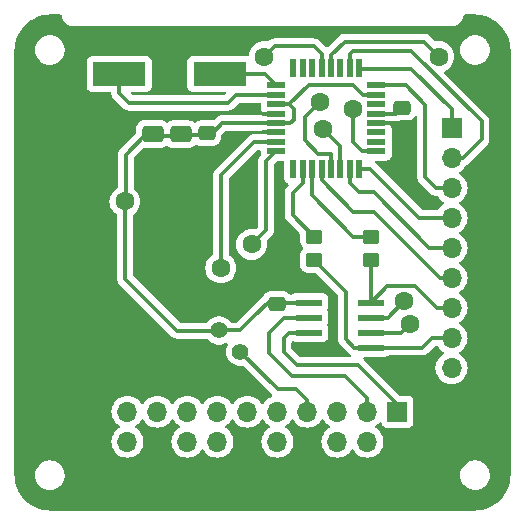
<source format=gbr>
%TF.GenerationSoftware,KiCad,Pcbnew,7.0.6*%
%TF.CreationDate,2023-09-03T22:14:53+02:00*%
%TF.ProjectId,pqunit,7071756e-6974-42e6-9b69-6361645f7063,rev?*%
%TF.SameCoordinates,Original*%
%TF.FileFunction,Copper,L2,Bot*%
%TF.FilePolarity,Positive*%
%FSLAX46Y46*%
G04 Gerber Fmt 4.6, Leading zero omitted, Abs format (unit mm)*
G04 Created by KiCad (PCBNEW 7.0.6) date 2023-09-03 22:14:53*
%MOMM*%
%LPD*%
G01*
G04 APERTURE LIST*
G04 Aperture macros list*
%AMRoundRect*
0 Rectangle with rounded corners*
0 $1 Rounding radius*
0 $2 $3 $4 $5 $6 $7 $8 $9 X,Y pos of 4 corners*
0 Add a 4 corners polygon primitive as box body*
4,1,4,$2,$3,$4,$5,$6,$7,$8,$9,$2,$3,0*
0 Add four circle primitives for the rounded corners*
1,1,$1+$1,$2,$3*
1,1,$1+$1,$4,$5*
1,1,$1+$1,$6,$7*
1,1,$1+$1,$8,$9*
0 Add four rect primitives between the rounded corners*
20,1,$1+$1,$2,$3,$4,$5,0*
20,1,$1+$1,$4,$5,$6,$7,0*
20,1,$1+$1,$6,$7,$8,$9,0*
20,1,$1+$1,$8,$9,$2,$3,0*%
G04 Aperture macros list end*
%TA.AperFunction,SMDPad,CuDef*%
%ADD10RoundRect,0.250000X-0.650000X0.412500X-0.650000X-0.412500X0.650000X-0.412500X0.650000X0.412500X0*%
%TD*%
%TA.AperFunction,ComponentPad*%
%ADD11C,1.400000*%
%TD*%
%TA.AperFunction,ComponentPad*%
%ADD12R,1.700000X1.700000*%
%TD*%
%TA.AperFunction,ComponentPad*%
%ADD13O,1.700000X1.700000*%
%TD*%
%TA.AperFunction,SMDPad,CuDef*%
%ADD14RoundRect,0.250000X-0.450000X0.350000X-0.450000X-0.350000X0.450000X-0.350000X0.450000X0.350000X0*%
%TD*%
%TA.AperFunction,SMDPad,CuDef*%
%ADD15RoundRect,0.250000X-0.475000X0.337500X-0.475000X-0.337500X0.475000X-0.337500X0.475000X0.337500X0*%
%TD*%
%TA.AperFunction,SMDPad,CuDef*%
%ADD16R,1.600000X0.550000*%
%TD*%
%TA.AperFunction,SMDPad,CuDef*%
%ADD17R,0.550000X1.600000*%
%TD*%
%TA.AperFunction,SMDPad,CuDef*%
%ADD18R,4.500000X2.000000*%
%TD*%
%TA.AperFunction,SMDPad,CuDef*%
%ADD19R,2.209800X0.609600*%
%TD*%
%TA.AperFunction,SMDPad,CuDef*%
%ADD20RoundRect,0.250000X0.475000X-0.337500X0.475000X0.337500X-0.475000X0.337500X-0.475000X-0.337500X0*%
%TD*%
%TA.AperFunction,ViaPad*%
%ADD21C,1.600000*%
%TD*%
%TA.AperFunction,Conductor*%
%ADD22C,0.330200*%
%TD*%
G04 APERTURE END LIST*
D10*
%TO.P,C1,1*%
%TO.N,+3V3*%
X136012900Y-100895600D03*
%TO.P,C1,2*%
%TO.N,GND*%
X136012900Y-104020600D03*
%TD*%
D11*
%TO.P,JP1,1,A*%
%TO.N,+3V3*%
X139243817Y-117513117D03*
%TO.P,JP1,2,B*%
%TO.N,3V3_Bus*%
X141039868Y-119309168D03*
%TD*%
D12*
%TO.P,J1,1,SDA*%
%TO.N,RS485_SDA*%
X154350000Y-124390000D03*
D13*
%TO.P,J1,2,GND*%
%TO.N,GND*%
X154350000Y-126930000D03*
%TO.P,J1,3,SDB*%
%TO.N,RS485_SDB*%
X151810000Y-124390000D03*
%TO.P,J1,4,V1*%
%TO.N,unconnected-(J1-V1-Pad4)*%
X151810000Y-126930000D03*
%TO.P,J1,5,VBat*%
%TO.N,unconnected-(J1-VBat-Pad5)*%
X149270000Y-124390000D03*
%TO.P,J1,6,5V*%
%TO.N,unconnected-(J1-5V-Pad6)*%
X149270000Y-126930000D03*
%TO.P,J1,7,3V3*%
%TO.N,3V3_Bus*%
X146730000Y-124390000D03*
%TO.P,J1,8,GND*%
%TO.N,GND*%
X146730000Y-126930000D03*
%TO.P,J1,9,V2*%
%TO.N,unconnected-(J1-V2-Pad9)*%
X144190000Y-124390000D03*
%TO.P,J1,10,V3*%
%TO.N,unconnected-(J1-V3-Pad10)*%
X144190000Y-126930000D03*
%TO.P,J1,11,SDL*%
%TO.N,I2C_SDA*%
X141650000Y-124390000D03*
%TO.P,J1,12,GND*%
%TO.N,GND*%
X141650000Y-126930000D03*
%TO.P,J1,13,SCK*%
%TO.N,I2C_SCL*%
X139110000Y-124390000D03*
%TO.P,J1,14,S1_5V*%
%TO.N,unconnected-(J1-S1_5V-Pad14)*%
X139110000Y-126930000D03*
%TO.P,J1,15,S2_5V*%
%TO.N,unconnected-(J1-S2_5V-Pad15)*%
X136570000Y-124390000D03*
%TO.P,J1,16,S1_3V3*%
%TO.N,unconnected-(J1-S1_3V3-Pad16)*%
X136570000Y-126930000D03*
%TO.P,J1,17,S2_3V3*%
%TO.N,unconnected-(J1-S2_3V3-Pad17)*%
X134030000Y-124390000D03*
%TO.P,J1,18,GND*%
%TO.N,GND*%
X134030000Y-126930000D03*
%TO.P,J1,19,PPS*%
%TO.N,unconnected-(J1-PPS-Pad19)*%
X131490000Y-124390000D03*
%TO.P,J1,20,V4*%
%TO.N,unconnected-(J1-V4-Pad20)*%
X131490000Y-126930000D03*
%TD*%
D12*
%TO.P,J2,1,Pin_1*%
%TO.N,SPI_MISO*%
X158923700Y-100363000D03*
D13*
%TO.P,J2,2,Pin_2*%
%TO.N,SPI_MOSI*%
X158923700Y-102903000D03*
%TO.P,J2,3,Pin_3*%
%TO.N,SPI_SCK*%
X158923700Y-105443000D03*
%TO.P,J2,4,Pin_4*%
%TO.N,RS485_NRE*%
X158923700Y-107983000D03*
%TO.P,J2,5,Pin_5*%
%TO.N,RS485_DE*%
X158923700Y-110523000D03*
%TO.P,J2,6,Pin_6*%
%TO.N,MCU_NRESET*%
X158923700Y-113063000D03*
%TO.P,J2,7,Pin_7*%
%TO.N,MCU_RX*%
X158923700Y-115603000D03*
%TO.P,J2,8,Pin_8*%
%TO.N,MCU_TX*%
X158923700Y-118143000D03*
%TO.P,J2,9,Pin_9*%
%TO.N,+3V3*%
X158923700Y-120683000D03*
%TO.P,J2,10,Pin_10*%
%TO.N,GND*%
X158923700Y-123223000D03*
%TD*%
D10*
%TO.P,C2,1*%
%TO.N,+3V3*%
X133625300Y-100871000D03*
%TO.P,C2,2*%
%TO.N,GND*%
X133625300Y-103996000D03*
%TD*%
D14*
%TO.P,R4,1*%
%TO.N,Net-(U1-PD1(TXD))*%
X147290500Y-109557800D03*
%TO.P,R4,2*%
%TO.N,MCU_TX*%
X147290500Y-111557800D03*
%TD*%
D15*
%TO.P,C5,1*%
%TO.N,+3V3*%
X138197300Y-100820200D03*
%TO.P,C5,2*%
%TO.N,GND*%
X138197300Y-102895200D03*
%TD*%
D16*
%TO.P,U1,1,PD3(INT1)*%
%TO.N,RF_DIO1*%
X144068000Y-102350000D03*
%TO.P,U1,2,PD4(XCK/T0)*%
%TO.N,RF_DIO2*%
X144068000Y-101550000D03*
%TO.P,U1,3,GND*%
%TO.N,GND*%
X144068000Y-100750000D03*
%TO.P,U1,4,VCC*%
%TO.N,+3V3*%
X144068000Y-99950000D03*
%TO.P,U1,5,GND*%
%TO.N,GND*%
X144068000Y-99150000D03*
%TO.P,U1,6,VCC*%
%TO.N,+3V3*%
X144068000Y-98350000D03*
%TO.P,U1,7,PB6(XTAL1/TOSC1)*%
%TO.N,Net-(U1-PB6(XTAL1{slash}TOSC1))*%
X144068000Y-97550000D03*
%TO.P,U1,8,PB7(XTAL2/TOSC2)*%
%TO.N,Net-(U1-PB7(XTAL2{slash}TOSC2))*%
X144068000Y-96750000D03*
D17*
%TO.P,U1,9,PD5(T1)*%
%TO.N,unconnected-(U1-PD5(T1)-Pad9)*%
X145518000Y-95300000D03*
%TO.P,U1,10,PD6(AIN0)*%
%TO.N,unconnected-(U1-PD6(AIN0)-Pad10)*%
X146318000Y-95300000D03*
%TO.P,U1,11,PD7(AIN0)*%
%TO.N,unconnected-(U1-PD7(AIN0)-Pad11)*%
X147118000Y-95300000D03*
%TO.P,U1,12,PB0(ICP)*%
%TO.N,RF_NRESET*%
X147918000Y-95300000D03*
%TO.P,U1,13,PB1(OC1A)*%
%TO.N,RF_NSS*%
X148718000Y-95300000D03*
%TO.P,U1,14,PB2(SS/OC1B)*%
%TO.N,unconnected-(U1-PB2(SS{slash}OC1B)-Pad14)*%
X149518000Y-95300000D03*
%TO.P,U1,15,PB3(MOSI/OC2)*%
%TO.N,SPI_MOSI*%
X150318000Y-95300000D03*
%TO.P,U1,16,PB4(MISO)*%
%TO.N,SPI_MISO*%
X151118000Y-95300000D03*
D16*
%TO.P,U1,17,PB5(SCK)*%
%TO.N,SPI_SCK*%
X152568000Y-96750000D03*
%TO.P,U1,18,AVCC*%
%TO.N,+3V3*%
X152568000Y-97550000D03*
%TO.P,U1,19,ADC6*%
%TO.N,unconnected-(U1-ADC6-Pad19)*%
X152568000Y-98350000D03*
%TO.P,U1,20,AREF*%
%TO.N,Net-(U1-AREF)*%
X152568000Y-99150000D03*
%TO.P,U1,21,GND*%
%TO.N,GND*%
X152568000Y-99950000D03*
%TO.P,U1,22,ADC7*%
%TO.N,unconnected-(U1-ADC7-Pad22)*%
X152568000Y-100750000D03*
%TO.P,U1,23,PC0(ADC0)*%
%TO.N,unconnected-(U1-PC0(ADC0)-Pad23)*%
X152568000Y-101550000D03*
%TO.P,U1,24,PC1(ADC1)*%
%TO.N,RF_DIO0*%
X152568000Y-102350000D03*
D17*
%TO.P,U1,25,PC2(ADC2)*%
%TO.N,RS485_NRE*%
X151118000Y-103800000D03*
%TO.P,U1,26,PC3(ADC3)*%
%TO.N,RS485_DE*%
X150318000Y-103800000D03*
%TO.P,U1,27,PC4(ADC4/SDA)*%
%TO.N,I2C_SDA*%
X149518000Y-103800000D03*
%TO.P,U1,28,PC5(ADC5/SCL)*%
%TO.N,I2C_SCL*%
X148718000Y-103800000D03*
%TO.P,U1,29,PC6/~{RESET}*%
%TO.N,MCU_NRESET*%
X147918000Y-103800000D03*
%TO.P,U1,30,PD0(RXD)*%
%TO.N,Net-(U1-PD0(RXD))*%
X147118000Y-103800000D03*
%TO.P,U1,31,PD1(TXD)*%
%TO.N,Net-(U1-PD1(TXD))*%
X146318000Y-103800000D03*
%TO.P,U1,32,PD2(INT0)*%
%TO.N,unconnected-(U1-PD2(INT0)-Pad32)*%
X145518000Y-103800000D03*
%TD*%
D18*
%TO.P,Y1,1,1*%
%TO.N,Net-(U1-PB6(XTAL1{slash}TOSC1))*%
X130789500Y-95791000D03*
%TO.P,Y1,2,2*%
%TO.N,Net-(U1-PB7(XTAL2{slash}TOSC2))*%
X139289500Y-95791000D03*
%TD*%
D19*
%TO.P,U5,1,RO*%
%TO.N,MCU_RX*%
X152116500Y-115145800D03*
%TO.P,U5,2,~{RE}*%
%TO.N,RS485_NRE*%
X152116500Y-116415800D03*
%TO.P,U5,3,DE*%
%TO.N,RS485_DE*%
X152116500Y-117685800D03*
%TO.P,U5,4,DI*%
%TO.N,MCU_TX*%
X152116500Y-118955800D03*
%TO.P,U5,5,GND*%
%TO.N,GND*%
X146884100Y-118955800D03*
%TO.P,U5,6,A*%
%TO.N,RS485_SDA*%
X146884100Y-117685800D03*
%TO.P,U5,7,B*%
%TO.N,RS485_SDB*%
X146884100Y-116415800D03*
%TO.P,U5,8,VCC*%
%TO.N,+3V3*%
X146884100Y-115145800D03*
%TD*%
D15*
%TO.P,C4,1*%
%TO.N,Net-(U1-AREF)*%
X154707300Y-98636900D03*
%TO.P,C4,2*%
%TO.N,GND*%
X154707300Y-100711900D03*
%TD*%
D20*
%TO.P,C9,1*%
%TO.N,+3V3*%
X144140900Y-115268900D03*
%TO.P,C9,2*%
%TO.N,GND*%
X144140900Y-113193900D03*
%TD*%
D14*
%TO.P,R3,1*%
%TO.N,Net-(U1-PD0(RXD))*%
X152116500Y-109573800D03*
%TO.P,R3,2*%
%TO.N,MCU_RX*%
X152116500Y-111573800D03*
%TD*%
D21*
%TO.N,+3V3*%
X131267714Y-106590614D03*
%TO.N,I2C_SDA*%
X148006300Y-100464600D03*
%TO.N,I2C_SCL*%
X147747700Y-98127800D03*
%TO.N,RF_DIO1*%
X142004500Y-110221000D03*
%TO.N,RF_DIO2*%
X139394900Y-112221000D03*
%TO.N,RF_NSS*%
X157856900Y-94317800D03*
%TO.N,RF_NRESET*%
X143074100Y-94317800D03*
%TO.N,RF_DIO0*%
X150592500Y-98737400D03*
%TO.N,RS485_NRE*%
X154910500Y-115044200D03*
%TO.N,RS485_DE*%
X155367700Y-116974600D03*
%TD*%
D22*
%TO.N,GND*%
X152568000Y-99950000D02*
X154295400Y-99950000D01*
X144068000Y-99150000D02*
X142927900Y-99150000D01*
X142927900Y-99150000D02*
X142921700Y-99143800D01*
X154295400Y-99950000D02*
X154707300Y-100361900D01*
X144068000Y-100750000D02*
X142921700Y-100750000D01*
%TO.N,+3V3*%
X146817800Y-96705400D02*
X145173200Y-98350000D01*
X135657300Y-117533400D02*
X139223534Y-117533400D01*
X143277300Y-99950000D02*
X144068000Y-99950000D01*
X131339300Y-106519028D02*
X131339300Y-102623600D01*
X131288500Y-113164600D02*
X135657300Y-117533400D01*
X132927200Y-101035700D02*
X134285700Y-101035700D01*
X141011583Y-117513117D02*
X142312100Y-116212600D01*
X151462800Y-97550000D02*
X150618200Y-96705400D01*
X134285700Y-101035700D02*
X136537900Y-101035700D01*
X145563300Y-99651800D02*
X145265100Y-99950000D01*
X145563300Y-98740100D02*
X145563300Y-99651800D01*
X131288500Y-106611400D02*
X131288500Y-113164600D01*
X145173200Y-98350000D02*
X145563300Y-98740100D01*
X139223534Y-117533400D02*
X139243817Y-117513117D01*
X131267714Y-106590614D02*
X131339300Y-106519028D01*
X131267714Y-106590614D02*
X131288500Y-106611400D01*
X145173200Y-98350000D02*
X144068000Y-98350000D01*
X143430800Y-115093900D02*
X144140900Y-115093900D01*
X138524700Y-100951100D02*
X138552900Y-100922900D01*
X144242500Y-115145800D02*
X146884100Y-115145800D01*
X138552900Y-100922900D02*
X139525800Y-99950000D01*
X152568000Y-97550000D02*
X151462800Y-97550000D01*
X150618200Y-96705400D02*
X146817800Y-96705400D01*
X136537900Y-101035700D02*
X136622500Y-100951100D01*
X131339300Y-102623600D02*
X132927200Y-101035700D01*
X145265100Y-99950000D02*
X144068000Y-99950000D01*
X136622500Y-100951100D02*
X138524700Y-100951100D01*
X139525800Y-99950000D02*
X143277300Y-99950000D01*
X142210500Y-116314200D02*
X143430800Y-115093900D01*
X139243817Y-117513117D02*
X141011583Y-117513117D01*
%TO.N,Net-(U1-AREF)*%
X154194200Y-99150000D02*
X154707300Y-98636900D01*
X152568000Y-99150000D02*
X154194200Y-99150000D01*
%TO.N,MCU_NRESET*%
X150592500Y-107475000D02*
X152319700Y-107475000D01*
X147918000Y-104800500D02*
X150592500Y-107475000D01*
X152319700Y-107475000D02*
X157907700Y-113063000D01*
X157907700Y-113063000D02*
X158923700Y-113063000D01*
X147918000Y-103800000D02*
X147918000Y-104800500D01*
%TO.N,RS485_SDA*%
X150998900Y-120429000D02*
X154350000Y-123780100D01*
X154350000Y-123780100D02*
X154350000Y-124390000D01*
X144699700Y-118143000D02*
X144699700Y-119311400D01*
X144699700Y-119311400D02*
X145817300Y-120429000D01*
X145817300Y-120429000D02*
X150998900Y-120429000D01*
X146884100Y-117685800D02*
X145156900Y-117685800D01*
X145156900Y-117685800D02*
X144699700Y-118143000D01*
%TO.N,RS485_SDB*%
X149932100Y-121394200D02*
X151810000Y-123272100D01*
X151810000Y-123272100D02*
X151810000Y-124390000D01*
X146884100Y-116415800D02*
X144750500Y-116415800D01*
X143429700Y-117736600D02*
X143429700Y-119413000D01*
X143429700Y-119413000D02*
X145410900Y-121394200D01*
X145410900Y-121394200D02*
X149932100Y-121394200D01*
X144750500Y-116415800D02*
X143429700Y-117736600D01*
%TO.N,I2C_SDA*%
X148052500Y-100464600D02*
X149518000Y-101930100D01*
X149518000Y-101930100D02*
X149518000Y-103800000D01*
X148006300Y-100464600D02*
X148052500Y-100464600D01*
%TO.N,I2C_SCL*%
X148718000Y-102594800D02*
X148718000Y-103800000D01*
X147633600Y-102534900D02*
X148658100Y-102534900D01*
X147747700Y-98127800D02*
X146477700Y-99397800D01*
X146477700Y-99397800D02*
X146477700Y-101379000D01*
X148658100Y-102534900D02*
X148718000Y-102594800D01*
X146477700Y-101379000D02*
X147633600Y-102534900D01*
%TO.N,MCU_TX*%
X147290500Y-111557800D02*
X149982900Y-114250200D01*
X150694100Y-118955800D02*
X152116500Y-118955800D01*
X157247300Y-118143000D02*
X158923700Y-118143000D01*
X152116500Y-118955800D02*
X156434500Y-118955800D01*
X149982900Y-118244600D02*
X150694100Y-118955800D01*
X149982900Y-114250200D02*
X149982900Y-118244600D01*
X156434500Y-118955800D02*
X157247300Y-118143000D01*
%TO.N,MCU_RX*%
X152116500Y-111573800D02*
X152116500Y-115145800D01*
X157653700Y-115603000D02*
X158923700Y-115603000D01*
X155824900Y-113774200D02*
X157653700Y-115603000D01*
X152116500Y-115145800D02*
X153488100Y-113774200D01*
X153488100Y-113774200D02*
X155824900Y-113774200D01*
%TO.N,Net-(U1-PD0(RXD))*%
X147118000Y-106083300D02*
X147118000Y-103800000D01*
X152116500Y-109573800D02*
X150608500Y-109573800D01*
X150608500Y-109573800D02*
X147118000Y-106083300D01*
%TO.N,Net-(U1-PD1(TXD))*%
X147290500Y-109557800D02*
X145461700Y-107729000D01*
X146318000Y-105005200D02*
X146318000Y-103800000D01*
X145461700Y-105861500D02*
X146318000Y-105005200D01*
X145461700Y-107729000D02*
X145461700Y-105861500D01*
%TO.N,RF_DIO1*%
X142004500Y-110221000D02*
X143226500Y-108999000D01*
X143226500Y-103191500D02*
X144068000Y-102350000D01*
X143226500Y-108999000D02*
X143226500Y-103191500D01*
%TO.N,RF_DIO2*%
X139394900Y-112221000D02*
X139394900Y-104377650D01*
X142222550Y-101550000D02*
X144068000Y-101550000D01*
X139394900Y-104377650D02*
X142222550Y-101550000D01*
%TO.N,Net-(U1-PB6(XTAL1{slash}TOSC1))*%
X140026100Y-98229400D02*
X131593300Y-98229400D01*
X130789500Y-97425600D02*
X130789500Y-95791000D01*
X131593300Y-98229400D02*
X130789500Y-97425600D01*
X144068000Y-97550000D02*
X140705500Y-97550000D01*
X140705500Y-97550000D02*
X140026100Y-98229400D01*
%TO.N,Net-(U1-PB7(XTAL2{slash}TOSC2))*%
X144068000Y-96750000D02*
X143109000Y-95791000D01*
X143109000Y-95791000D02*
X139289500Y-95791000D01*
%TO.N,SPI_MOSI*%
X161463700Y-99804200D02*
X155520100Y-93860600D01*
X155520100Y-93860600D02*
X150552200Y-93860600D01*
X150552200Y-93860600D02*
X150318000Y-94094800D01*
X150318000Y-94094800D02*
X150318000Y-95300000D01*
X159888900Y-102903000D02*
X161463700Y-101328200D01*
X158923700Y-102903000D02*
X159888900Y-102903000D01*
X161463700Y-101328200D02*
X161463700Y-99804200D01*
%TO.N,SPI_MISO*%
X151151800Y-95333800D02*
X151118000Y-95300000D01*
X158923700Y-100363000D02*
X158923700Y-98737400D01*
X155520100Y-95333800D02*
X151151800Y-95333800D01*
X158923700Y-98737400D02*
X155520100Y-95333800D01*
%TO.N,SPI_SCK*%
X157602900Y-105443000D02*
X156688500Y-104528600D01*
X156688500Y-98381800D02*
X155056700Y-96750000D01*
X155056700Y-96750000D02*
X152568000Y-96750000D01*
X158923700Y-105443000D02*
X157602900Y-105443000D01*
X156688500Y-104528600D02*
X156688500Y-98381800D01*
%TO.N,RF_NSS*%
X156586900Y-93047800D02*
X149865000Y-93047800D01*
X148718000Y-94194800D02*
X148718000Y-95300000D01*
X149865000Y-93047800D02*
X148718000Y-94194800D01*
X157856900Y-94317800D02*
X156586900Y-93047800D01*
%TO.N,RF_NRESET*%
X143937700Y-93454200D02*
X147277400Y-93454200D01*
X147918000Y-94094800D02*
X147918000Y-95300000D01*
X147277400Y-93454200D02*
X147918000Y-94094800D01*
X143074100Y-94317800D02*
X143937700Y-93454200D01*
%TO.N,RF_DIO0*%
X150592500Y-101579700D02*
X151362800Y-102350000D01*
X150592500Y-98737400D02*
X150592500Y-101579700D01*
X151362800Y-102350000D02*
X152568000Y-102350000D01*
%TO.N,RS485_NRE*%
X151118000Y-103800000D02*
X151997500Y-103800000D01*
X153538900Y-116415800D02*
X152116500Y-116415800D01*
X151997500Y-103800000D02*
X156180500Y-107983000D01*
X154910500Y-115044200D02*
X153538900Y-116415800D01*
X156180500Y-107983000D02*
X158923700Y-107983000D01*
%TO.N,RS485_DE*%
X154656500Y-117685800D02*
X152116500Y-117685800D01*
X150318000Y-105005200D02*
X151111400Y-105798600D01*
X152319700Y-105798600D02*
X157044100Y-110523000D01*
X150318000Y-103800000D02*
X150318000Y-105005200D01*
X155367700Y-116974600D02*
X154656500Y-117685800D01*
X157044100Y-110523000D02*
X158923700Y-110523000D01*
X151111400Y-105798600D02*
X152319700Y-105798600D01*
%TO.N,3V3_Bus*%
X144191700Y-122461000D02*
X141039868Y-119309168D01*
X146730000Y-123424500D02*
X145766500Y-122461000D01*
X145766500Y-122461000D02*
X144191700Y-122461000D01*
X146730000Y-124390000D02*
X146730000Y-123424500D01*
%TD*%
%TA.AperFunction,Conductor*%
%TO.N,GND*%
G36*
X142980375Y-100635285D02*
G01*
X142987649Y-100640335D01*
X143001541Y-100650735D01*
X143043411Y-100706670D01*
X143048394Y-100776361D01*
X143014907Y-100837684D01*
X143001541Y-100849265D01*
X142987649Y-100859665D01*
X142922185Y-100884084D01*
X142913336Y-100884400D01*
X142244537Y-100884400D01*
X142240793Y-100884287D01*
X142182070Y-100880735D01*
X142182063Y-100880735D01*
X142143108Y-100887873D01*
X142124203Y-100891337D01*
X142120514Y-100891899D01*
X142062091Y-100898993D01*
X142053607Y-100902211D01*
X142032003Y-100908233D01*
X142023084Y-100909867D01*
X142023074Y-100909871D01*
X141969428Y-100934014D01*
X141965970Y-100935446D01*
X141910957Y-100956311D01*
X141910956Y-100956311D01*
X141903487Y-100961467D01*
X141883955Y-100972483D01*
X141875680Y-100976207D01*
X141829364Y-101012492D01*
X141826350Y-101014710D01*
X141777934Y-101048131D01*
X141738916Y-101092172D01*
X141736349Y-101094898D01*
X138939798Y-103891449D01*
X138937072Y-103894016D01*
X138893031Y-103933034D01*
X138859610Y-103981450D01*
X138857392Y-103984464D01*
X138821107Y-104030780D01*
X138817383Y-104039055D01*
X138806367Y-104058587D01*
X138801211Y-104066056D01*
X138801211Y-104066057D01*
X138780346Y-104121070D01*
X138778914Y-104124528D01*
X138754771Y-104178174D01*
X138754767Y-104178184D01*
X138753133Y-104187103D01*
X138747111Y-104208707D01*
X138743893Y-104217191D01*
X138736799Y-104275614D01*
X138736236Y-104279315D01*
X138725635Y-104337163D01*
X138725635Y-104337167D01*
X138729187Y-104395892D01*
X138729300Y-104399636D01*
X138729300Y-111034889D01*
X138709615Y-111101928D01*
X138676424Y-111136464D01*
X138555756Y-111220956D01*
X138394854Y-111381858D01*
X138264332Y-111568265D01*
X138264331Y-111568267D01*
X138168161Y-111774502D01*
X138168158Y-111774511D01*
X138109266Y-111994302D01*
X138109264Y-111994313D01*
X138089432Y-112220998D01*
X138089432Y-112221001D01*
X138109264Y-112447686D01*
X138109266Y-112447697D01*
X138168158Y-112667488D01*
X138168161Y-112667497D01*
X138264331Y-112873732D01*
X138264332Y-112873734D01*
X138394854Y-113060141D01*
X138555758Y-113221045D01*
X138581268Y-113238907D01*
X138742166Y-113351568D01*
X138948404Y-113447739D01*
X139168208Y-113506635D01*
X139314467Y-113519431D01*
X139394898Y-113526468D01*
X139394900Y-113526468D01*
X139394902Y-113526468D01*
X139451572Y-113521509D01*
X139621592Y-113506635D01*
X139841396Y-113447739D01*
X140047634Y-113351568D01*
X140234039Y-113221047D01*
X140394947Y-113060139D01*
X140525468Y-112873734D01*
X140621639Y-112667496D01*
X140680535Y-112447692D01*
X140700368Y-112221000D01*
X140680535Y-111994308D01*
X140621639Y-111774504D01*
X140525468Y-111568266D01*
X140394947Y-111381861D01*
X140394945Y-111381858D01*
X140234043Y-111220956D01*
X140193069Y-111192266D01*
X140113376Y-111136464D01*
X140069752Y-111081887D01*
X140060500Y-111034889D01*
X140060500Y-104704712D01*
X140080185Y-104637673D01*
X140096814Y-104617036D01*
X142461932Y-102251919D01*
X142523255Y-102218434D01*
X142549613Y-102215600D01*
X142643500Y-102215600D01*
X142710539Y-102235285D01*
X142756294Y-102288089D01*
X142767500Y-102339600D01*
X142767500Y-102653097D01*
X142747815Y-102720136D01*
X142725739Y-102745902D01*
X142724634Y-102746880D01*
X142724631Y-102746884D01*
X142691211Y-102795299D01*
X142688992Y-102798315D01*
X142652707Y-102844630D01*
X142648983Y-102852905D01*
X142637967Y-102872437D01*
X142632811Y-102879906D01*
X142632811Y-102879907D01*
X142611946Y-102934920D01*
X142610514Y-102938378D01*
X142586371Y-102992024D01*
X142586367Y-102992034D01*
X142584733Y-103000953D01*
X142578711Y-103022557D01*
X142575493Y-103031041D01*
X142568399Y-103089464D01*
X142567836Y-103093165D01*
X142557235Y-103151013D01*
X142557235Y-103151017D01*
X142560787Y-103209742D01*
X142560900Y-103213486D01*
X142560900Y-108671936D01*
X142541215Y-108738975D01*
X142524581Y-108759618D01*
X142374595Y-108909603D01*
X142313272Y-108943087D01*
X142254822Y-108941696D01*
X142231197Y-108935366D01*
X142231193Y-108935365D01*
X142231192Y-108935365D01*
X142117845Y-108925448D01*
X142004501Y-108915532D01*
X142004498Y-108915532D01*
X141777813Y-108935364D01*
X141777802Y-108935366D01*
X141558011Y-108994258D01*
X141558002Y-108994261D01*
X141351767Y-109090431D01*
X141351765Y-109090432D01*
X141165358Y-109220954D01*
X141004454Y-109381858D01*
X140873932Y-109568265D01*
X140873931Y-109568267D01*
X140777761Y-109774502D01*
X140777758Y-109774511D01*
X140718866Y-109994302D01*
X140718864Y-109994313D01*
X140699032Y-110220998D01*
X140699032Y-110221001D01*
X140718864Y-110447686D01*
X140718866Y-110447697D01*
X140777758Y-110667488D01*
X140777761Y-110667497D01*
X140873931Y-110873732D01*
X140873932Y-110873734D01*
X141004454Y-111060141D01*
X141165358Y-111221045D01*
X141165361Y-111221047D01*
X141351766Y-111351568D01*
X141558004Y-111447739D01*
X141777808Y-111506635D01*
X141939730Y-111520801D01*
X142004498Y-111526468D01*
X142004500Y-111526468D01*
X142004502Y-111526468D01*
X142061173Y-111521509D01*
X142231192Y-111506635D01*
X142450996Y-111447739D01*
X142657234Y-111351568D01*
X142843639Y-111221047D01*
X143004547Y-111060139D01*
X143135068Y-110873734D01*
X143231239Y-110667496D01*
X143290135Y-110447692D01*
X143309968Y-110221000D01*
X143309349Y-110213930D01*
X143297253Y-110075666D01*
X143290135Y-109994308D01*
X143284644Y-109973816D01*
X143283803Y-109970675D01*
X143285466Y-109900826D01*
X143315895Y-109850904D01*
X143681622Y-109485177D01*
X143684297Y-109482658D01*
X143728368Y-109443616D01*
X143761809Y-109395167D01*
X143763991Y-109392202D01*
X143800292Y-109345869D01*
X143804011Y-109337606D01*
X143815040Y-109318051D01*
X143815077Y-109317995D01*
X143820189Y-109310592D01*
X143841062Y-109255551D01*
X143842464Y-109252165D01*
X143866630Y-109198473D01*
X143868263Y-109189555D01*
X143874289Y-109167940D01*
X143877506Y-109159459D01*
X143884598Y-109101049D01*
X143885161Y-109097345D01*
X143886428Y-109090431D01*
X143895765Y-109039483D01*
X143892213Y-108980756D01*
X143892100Y-108977012D01*
X143892100Y-103518561D01*
X143911785Y-103451522D01*
X143928415Y-103430884D01*
X144197481Y-103161817D01*
X144258804Y-103128333D01*
X144285162Y-103125499D01*
X144618500Y-103125499D01*
X144685539Y-103145184D01*
X144731294Y-103197988D01*
X144742500Y-103249499D01*
X144742500Y-104647870D01*
X144742501Y-104647876D01*
X144748908Y-104707483D01*
X144799202Y-104842328D01*
X144799206Y-104842335D01*
X144885452Y-104957544D01*
X144885455Y-104957547D01*
X145000664Y-105043793D01*
X145000673Y-105043798D01*
X145065652Y-105068033D01*
X145121586Y-105109903D01*
X145146004Y-105175367D01*
X145131153Y-105243640D01*
X145110001Y-105271896D01*
X145006598Y-105375299D01*
X145003872Y-105377866D01*
X144959831Y-105416884D01*
X144926410Y-105465300D01*
X144924192Y-105468314D01*
X144887907Y-105514630D01*
X144884183Y-105522905D01*
X144873167Y-105542437D01*
X144868011Y-105549906D01*
X144868011Y-105549907D01*
X144847146Y-105604920D01*
X144845714Y-105608378D01*
X144821571Y-105662024D01*
X144821567Y-105662034D01*
X144819933Y-105670953D01*
X144813911Y-105692557D01*
X144810693Y-105701041D01*
X144803599Y-105759464D01*
X144803036Y-105763165D01*
X144792435Y-105821013D01*
X144792435Y-105821017D01*
X144795987Y-105879742D01*
X144796100Y-105883486D01*
X144796100Y-107707012D01*
X144795987Y-107710756D01*
X144792435Y-107769479D01*
X144792435Y-107769483D01*
X144803036Y-107827336D01*
X144803599Y-107831037D01*
X144810693Y-107889456D01*
X144810694Y-107889461D01*
X144813909Y-107897937D01*
X144819934Y-107919547D01*
X144821570Y-107928475D01*
X144845712Y-107982117D01*
X144847145Y-107985577D01*
X144868010Y-108040591D01*
X144873163Y-108048057D01*
X144884184Y-108067597D01*
X144887905Y-108075863D01*
X144887910Y-108075872D01*
X144924188Y-108122178D01*
X144926407Y-108125194D01*
X144959831Y-108173614D01*
X144959832Y-108173616D01*
X145003874Y-108212634D01*
X145006583Y-108215184D01*
X145551018Y-108759618D01*
X146053681Y-109262281D01*
X146087166Y-109323604D01*
X146090000Y-109349962D01*
X146090000Y-109957801D01*
X146090001Y-109957819D01*
X146100500Y-110060596D01*
X146100501Y-110060599D01*
X146155685Y-110227131D01*
X146155687Y-110227136D01*
X146247789Y-110376457D01*
X146341450Y-110470118D01*
X146374935Y-110531441D01*
X146369951Y-110601133D01*
X146341451Y-110645479D01*
X146247789Y-110739142D01*
X146155687Y-110888463D01*
X146155685Y-110888466D01*
X146155686Y-110888466D01*
X146100501Y-111055003D01*
X146100501Y-111055004D01*
X146100500Y-111055004D01*
X146090000Y-111157783D01*
X146090000Y-111957801D01*
X146090001Y-111957819D01*
X146100500Y-112060596D01*
X146100501Y-112060599D01*
X146128602Y-112145401D01*
X146155686Y-112227134D01*
X146247788Y-112376456D01*
X146371844Y-112500512D01*
X146521166Y-112592614D01*
X146687703Y-112647799D01*
X146790491Y-112658300D01*
X147398336Y-112658299D01*
X147465375Y-112677983D01*
X147486017Y-112694618D01*
X149280981Y-114489581D01*
X149314466Y-114550904D01*
X149317300Y-114577262D01*
X149317300Y-118222612D01*
X149317187Y-118226356D01*
X149313635Y-118285079D01*
X149313635Y-118285083D01*
X149324236Y-118342936D01*
X149324799Y-118346637D01*
X149331893Y-118405056D01*
X149331894Y-118405061D01*
X149335109Y-118413537D01*
X149341134Y-118435147D01*
X149342770Y-118444075D01*
X149366912Y-118497717D01*
X149368345Y-118501177D01*
X149389210Y-118556191D01*
X149394363Y-118563657D01*
X149405384Y-118583197D01*
X149409105Y-118591463D01*
X149409110Y-118591472D01*
X149445388Y-118637778D01*
X149447607Y-118640794D01*
X149481031Y-118689214D01*
X149481032Y-118689216D01*
X149525074Y-118728234D01*
X149527783Y-118730784D01*
X149869017Y-119072017D01*
X150207889Y-119410889D01*
X150210456Y-119413615D01*
X150249484Y-119457668D01*
X150297890Y-119491080D01*
X150300905Y-119493297D01*
X150306722Y-119497855D01*
X150347228Y-119529591D01*
X150353335Y-119533283D01*
X150400522Y-119584811D01*
X150412361Y-119653670D01*
X150385092Y-119717999D01*
X150327374Y-119757373D01*
X150289185Y-119763400D01*
X146144363Y-119763400D01*
X146077324Y-119743715D01*
X146056682Y-119727081D01*
X145401619Y-119072017D01*
X145368134Y-119010694D01*
X145365300Y-118984336D01*
X145365300Y-118548998D01*
X145384985Y-118481959D01*
X145437789Y-118436204D01*
X145506947Y-118426260D01*
X145532633Y-118432816D01*
X145536868Y-118434395D01*
X145536869Y-118434396D01*
X145562820Y-118444075D01*
X145671717Y-118484691D01*
X145671716Y-118484691D01*
X145678644Y-118485435D01*
X145731327Y-118491100D01*
X148036872Y-118491099D01*
X148096483Y-118484691D01*
X148231331Y-118434396D01*
X148346546Y-118348146D01*
X148432796Y-118232931D01*
X148483091Y-118098083D01*
X148489500Y-118038473D01*
X148489499Y-117333128D01*
X148483091Y-117273517D01*
X148432796Y-117138669D01*
X148422646Y-117125111D01*
X148398229Y-117059648D01*
X148413080Y-116991375D01*
X148422647Y-116976488D01*
X148424060Y-116974601D01*
X148432796Y-116962931D01*
X148483091Y-116828083D01*
X148489500Y-116768473D01*
X148489499Y-116063128D01*
X148483091Y-116003517D01*
X148435700Y-115876456D01*
X148432797Y-115868671D01*
X148432795Y-115868668D01*
X148422647Y-115855112D01*
X148398229Y-115789648D01*
X148413080Y-115721375D01*
X148422647Y-115706488D01*
X148429799Y-115696934D01*
X148432796Y-115692931D01*
X148483091Y-115558083D01*
X148489500Y-115498473D01*
X148489499Y-114793128D01*
X148483091Y-114733517D01*
X148447766Y-114638807D01*
X148432797Y-114598671D01*
X148432793Y-114598664D01*
X148346547Y-114483455D01*
X148346544Y-114483452D01*
X148231335Y-114397206D01*
X148231328Y-114397202D01*
X148096482Y-114346908D01*
X148096483Y-114346908D01*
X148036883Y-114340501D01*
X148036881Y-114340500D01*
X148036873Y-114340500D01*
X148036864Y-114340500D01*
X145731329Y-114340500D01*
X145731323Y-114340501D01*
X145671716Y-114346908D01*
X145536871Y-114397202D01*
X145536869Y-114397203D01*
X145459040Y-114455467D01*
X145393576Y-114479884D01*
X145384729Y-114480200D01*
X145277430Y-114480200D01*
X145210391Y-114460515D01*
X145189749Y-114443881D01*
X145084557Y-114338689D01*
X145084556Y-114338688D01*
X144973723Y-114270326D01*
X144935236Y-114246587D01*
X144935231Y-114246585D01*
X144889481Y-114231425D01*
X144768697Y-114191401D01*
X144768695Y-114191400D01*
X144665910Y-114180900D01*
X143615898Y-114180900D01*
X143615880Y-114180901D01*
X143513103Y-114191400D01*
X143513100Y-114191401D01*
X143346568Y-114246585D01*
X143346563Y-114246587D01*
X143197242Y-114338689D01*
X143073188Y-114462743D01*
X143073185Y-114462747D01*
X143011796Y-114562274D01*
X142988492Y-114589986D01*
X142986187Y-114592028D01*
X142947158Y-114636081D01*
X142944591Y-114638807D01*
X141711378Y-115872021D01*
X140772201Y-116811198D01*
X140710878Y-116844683D01*
X140684520Y-116847517D01*
X140307277Y-116847517D01*
X140240238Y-116827832D01*
X140208323Y-116798244D01*
X140200696Y-116788145D01*
X140134798Y-116700881D01*
X140134792Y-116700876D01*
X140134791Y-116700874D01*
X139970379Y-116550993D01*
X139970377Y-116550991D01*
X139781221Y-116433871D01*
X139781215Y-116433869D01*
X139573757Y-116353499D01*
X139355060Y-116312617D01*
X139132574Y-116312617D01*
X138913877Y-116353499D01*
X138782681Y-116404324D01*
X138706418Y-116433869D01*
X138706412Y-116433871D01*
X138517256Y-116550991D01*
X138517254Y-116550993D01*
X138352842Y-116700874D01*
X138352838Y-116700878D01*
X138263994Y-116818527D01*
X138207885Y-116860163D01*
X138165040Y-116867800D01*
X135984363Y-116867800D01*
X135917324Y-116848115D01*
X135896682Y-116831481D01*
X131990418Y-112925217D01*
X131956933Y-112863894D01*
X131954099Y-112837545D01*
X131954099Y-107762168D01*
X131973784Y-107695130D01*
X132006977Y-107660593D01*
X132106853Y-107590661D01*
X132267761Y-107429753D01*
X132398282Y-107243348D01*
X132494453Y-107037110D01*
X132553349Y-106817306D01*
X132573182Y-106590614D01*
X132553349Y-106363922D01*
X132494453Y-106144118D01*
X132398282Y-105937880D01*
X132267761Y-105751475D01*
X132267759Y-105751472D01*
X132106857Y-105590570D01*
X132057776Y-105556203D01*
X132014151Y-105501626D01*
X132004900Y-105454628D01*
X132004900Y-104208707D01*
X132004900Y-102950657D01*
X132024584Y-102883622D01*
X132041209Y-102862990D01*
X132833909Y-102070289D01*
X132895230Y-102036806D01*
X132922134Y-102034609D01*
X132922134Y-102034000D01*
X132925290Y-102033999D01*
X132925291Y-102034000D01*
X134325308Y-102033999D01*
X134428097Y-102023499D01*
X134594634Y-101968314D01*
X134738249Y-101879731D01*
X134805637Y-101861293D01*
X134872301Y-101882215D01*
X134891023Y-101897591D01*
X134894244Y-101900812D01*
X135043566Y-101992914D01*
X135210103Y-102048099D01*
X135312891Y-102058600D01*
X136712908Y-102058599D01*
X136815697Y-102048099D01*
X136982234Y-101992914D01*
X137131556Y-101900812D01*
X137201826Y-101830542D01*
X137263149Y-101797057D01*
X137332841Y-101802041D01*
X137354603Y-101812684D01*
X137402959Y-101842510D01*
X137402960Y-101842510D01*
X137402966Y-101842514D01*
X137569503Y-101897699D01*
X137672291Y-101908200D01*
X138722308Y-101908199D01*
X138722316Y-101908198D01*
X138722319Y-101908198D01*
X138778602Y-101902448D01*
X138825097Y-101897699D01*
X138991634Y-101842514D01*
X139140956Y-101750412D01*
X139265012Y-101626356D01*
X139357114Y-101477034D01*
X139412299Y-101310497D01*
X139422800Y-101207709D01*
X139422799Y-101045662D01*
X139442483Y-100978623D01*
X139459109Y-100957990D01*
X139765183Y-100651916D01*
X139826505Y-100618434D01*
X139852863Y-100615600D01*
X142913336Y-100615600D01*
X142980375Y-100635285D01*
G37*
%TD.AperFunction*%
%TA.AperFunction,Conductor*%
G36*
X155978353Y-99383202D02*
G01*
X156017210Y-99441270D01*
X156022900Y-99478403D01*
X156022900Y-104506612D01*
X156022787Y-104510356D01*
X156019235Y-104569079D01*
X156019235Y-104569083D01*
X156029836Y-104626936D01*
X156030399Y-104630637D01*
X156037493Y-104689056D01*
X156037494Y-104689061D01*
X156040709Y-104697537D01*
X156046734Y-104719147D01*
X156048370Y-104728075D01*
X156072512Y-104781717D01*
X156073945Y-104785177D01*
X156094810Y-104840191D01*
X156099963Y-104847657D01*
X156110984Y-104867197D01*
X156114705Y-104875463D01*
X156114710Y-104875472D01*
X156150988Y-104921778D01*
X156153207Y-104924794D01*
X156175816Y-104957547D01*
X156186632Y-104973216D01*
X156230684Y-105012243D01*
X156233374Y-105014775D01*
X156675540Y-105456941D01*
X157116697Y-105898098D01*
X157119264Y-105900824D01*
X157158284Y-105944868D01*
X157206697Y-105978285D01*
X157209713Y-105980504D01*
X157256031Y-106016792D01*
X157264294Y-106020511D01*
X157283847Y-106031539D01*
X157291306Y-106036688D01*
X157291307Y-106036688D01*
X157291308Y-106036689D01*
X157346332Y-106057556D01*
X157349770Y-106058981D01*
X157403427Y-106083130D01*
X157412342Y-106084763D01*
X157433964Y-106090791D01*
X157442441Y-106094006D01*
X157499073Y-106100882D01*
X157500852Y-106101098D01*
X157504556Y-106101662D01*
X157518640Y-106104242D01*
X157562417Y-106112265D01*
X157562418Y-106112264D01*
X157562419Y-106112265D01*
X157621147Y-106108713D01*
X157624891Y-106108600D01*
X157676551Y-106108600D01*
X157743590Y-106128285D01*
X157778126Y-106161477D01*
X157885201Y-106314395D01*
X157885206Y-106314402D01*
X158052297Y-106481493D01*
X158052303Y-106481498D01*
X158237858Y-106611425D01*
X158281483Y-106666002D01*
X158288677Y-106735500D01*
X158257154Y-106797855D01*
X158237858Y-106814575D01*
X158052297Y-106944505D01*
X157885206Y-107111596D01*
X157778127Y-107264523D01*
X157723550Y-107308148D01*
X157676552Y-107317400D01*
X156507563Y-107317400D01*
X156440524Y-107297715D01*
X156419882Y-107281081D01*
X154455591Y-105316790D01*
X152483676Y-103344875D01*
X152481142Y-103342183D01*
X152471876Y-103331723D01*
X152442156Y-103268493D01*
X152451340Y-103199229D01*
X152496512Y-103145926D01*
X152563332Y-103125506D01*
X152564693Y-103125499D01*
X153415871Y-103125499D01*
X153415872Y-103125499D01*
X153475483Y-103119091D01*
X153610331Y-103068796D01*
X153725546Y-102982546D01*
X153811796Y-102867331D01*
X153862091Y-102732483D01*
X153868500Y-102672873D01*
X153868499Y-102027128D01*
X153862091Y-101967517D01*
X153862089Y-101967513D01*
X153861632Y-101963255D01*
X153861632Y-101936745D01*
X153862089Y-101932486D01*
X153862091Y-101932483D01*
X153868500Y-101872873D01*
X153868499Y-101227128D01*
X153862091Y-101167517D01*
X153862089Y-101167513D01*
X153861632Y-101163255D01*
X153861632Y-101136745D01*
X153862089Y-101132486D01*
X153862091Y-101132483D01*
X153868500Y-101072873D01*
X153868499Y-100427128D01*
X153862091Y-100367517D01*
X153839036Y-100305704D01*
X153811797Y-100232671D01*
X153811793Y-100232664D01*
X153741801Y-100139168D01*
X153725546Y-100117454D01*
X153634457Y-100049265D01*
X153592588Y-99993333D01*
X153587604Y-99923641D01*
X153621089Y-99862318D01*
X153634464Y-99850730D01*
X153648358Y-99840330D01*
X153713823Y-99815916D01*
X153722664Y-99815600D01*
X154172213Y-99815600D01*
X154175957Y-99815713D01*
X154234680Y-99819265D01*
X154234680Y-99819264D01*
X154234683Y-99819265D01*
X154292557Y-99808659D01*
X154296249Y-99808098D01*
X154310432Y-99806375D01*
X154354659Y-99801006D01*
X154363140Y-99797789D01*
X154384755Y-99791763D01*
X154393673Y-99790130D01*
X154447365Y-99765964D01*
X154450751Y-99764562D01*
X154505792Y-99743689D01*
X154505798Y-99743684D01*
X154512433Y-99740203D01*
X154513751Y-99742715D01*
X154567562Y-99724967D01*
X154571654Y-99724899D01*
X155232302Y-99724899D01*
X155232308Y-99724899D01*
X155335097Y-99714399D01*
X155501634Y-99659214D01*
X155650956Y-99567112D01*
X155775012Y-99443056D01*
X155793361Y-99413306D01*
X155845308Y-99366582D01*
X155914271Y-99355359D01*
X155978353Y-99383202D01*
G37*
%TD.AperFunction*%
%TA.AperFunction,Conductor*%
G36*
X125867145Y-90780185D02*
G01*
X125912900Y-90832989D01*
X125922222Y-90862969D01*
X125930628Y-90910646D01*
X125929311Y-90922448D01*
X125936343Y-90945629D01*
X125938072Y-90952866D01*
X125949899Y-91019940D01*
X125978162Y-91097592D01*
X125978991Y-91110639D01*
X125987128Y-91125862D01*
X125994292Y-91141905D01*
X126009776Y-91184448D01*
X126009777Y-91184449D01*
X126058578Y-91268974D01*
X126062055Y-91283309D01*
X126071792Y-91295173D01*
X126083326Y-91311838D01*
X126097307Y-91336053D01*
X126100414Y-91340491D01*
X126100038Y-91340754D01*
X126109371Y-91354560D01*
X126111254Y-91358082D01*
X126129702Y-91374661D01*
X126168914Y-91421393D01*
X126175484Y-91436406D01*
X126185928Y-91444977D01*
X126202254Y-91461126D01*
X126209837Y-91470163D01*
X126218872Y-91477744D01*
X126235020Y-91494070D01*
X126239146Y-91499098D01*
X126258606Y-91511085D01*
X126305337Y-91550297D01*
X126315234Y-91565172D01*
X126325438Y-91570627D01*
X126339245Y-91579961D01*
X126339509Y-91579586D01*
X126343945Y-91582692D01*
X126368163Y-91596675D01*
X126384824Y-91608206D01*
X126391770Y-91613906D01*
X126411025Y-91621421D01*
X126495547Y-91670221D01*
X126495551Y-91670222D01*
X126495555Y-91670225D01*
X126538103Y-91685711D01*
X126554143Y-91692874D01*
X126564334Y-91698321D01*
X126582407Y-91701836D01*
X126660062Y-91730101D01*
X126727145Y-91741929D01*
X126734379Y-91743657D01*
X126752543Y-91749167D01*
X126769350Y-91749370D01*
X126832468Y-91760500D01*
X126832472Y-91760500D01*
X126922041Y-91760500D01*
X126928121Y-91760799D01*
X126964302Y-91764362D01*
X126987096Y-91760500D01*
X158852903Y-91760500D01*
X158868477Y-91765073D01*
X158911878Y-91760799D01*
X158917958Y-91760500D01*
X159007528Y-91760500D01*
X159007532Y-91760500D01*
X159070646Y-91749371D01*
X159082445Y-91750687D01*
X159105617Y-91743658D01*
X159112843Y-91741931D01*
X159179938Y-91730101D01*
X159179943Y-91730099D01*
X159179944Y-91730099D01*
X159218880Y-91715927D01*
X159257589Y-91701837D01*
X159270637Y-91701008D01*
X159285852Y-91692876D01*
X159301893Y-91685712D01*
X159344445Y-91670225D01*
X159428973Y-91621421D01*
X159443309Y-91617943D01*
X159455172Y-91608208D01*
X159471825Y-91596681D01*
X159496055Y-91582692D01*
X159496060Y-91582687D01*
X159500491Y-91579586D01*
X159500755Y-91579964D01*
X159514566Y-91570623D01*
X159518087Y-91568740D01*
X159534657Y-91550300D01*
X159581395Y-91511083D01*
X159596406Y-91504514D01*
X159604975Y-91494073D01*
X159621128Y-91477744D01*
X159630163Y-91470163D01*
X159637745Y-91461126D01*
X159654073Y-91444975D01*
X159659100Y-91440849D01*
X159671081Y-91421398D01*
X159710298Y-91374660D01*
X159725171Y-91364765D01*
X159730623Y-91354566D01*
X159739964Y-91340755D01*
X159739586Y-91340491D01*
X159742687Y-91336061D01*
X159742687Y-91336060D01*
X159742692Y-91336055D01*
X159756681Y-91311825D01*
X159768208Y-91295172D01*
X159773904Y-91288230D01*
X159781422Y-91268973D01*
X159798084Y-91240115D01*
X159830225Y-91184445D01*
X159845712Y-91141893D01*
X159852876Y-91125852D01*
X159858319Y-91115668D01*
X159861838Y-91097589D01*
X159890099Y-91019944D01*
X159890100Y-91019940D01*
X159890101Y-91019938D01*
X159901931Y-90952843D01*
X159903658Y-90945617D01*
X159909166Y-90927459D01*
X159909370Y-90910649D01*
X159917778Y-90862965D01*
X159948805Y-90800364D01*
X160008753Y-90764474D01*
X160039894Y-90760500D01*
X160918378Y-90760500D01*
X160921619Y-90760584D01*
X161053628Y-90767503D01*
X161237027Y-90777803D01*
X161243212Y-90778465D01*
X161395647Y-90802608D01*
X161558194Y-90830226D01*
X161563811Y-90831453D01*
X161716693Y-90872418D01*
X161809122Y-90899046D01*
X161871724Y-90917082D01*
X161876759Y-90918769D01*
X162026183Y-90976127D01*
X162174007Y-91037358D01*
X162178412Y-91039388D01*
X162244180Y-91072899D01*
X162321921Y-91112511D01*
X162376514Y-91142683D01*
X162461480Y-91189641D01*
X162465215Y-91191882D01*
X162539487Y-91240115D01*
X162600872Y-91279980D01*
X162651032Y-91315570D01*
X162730764Y-91372142D01*
X162733886Y-91374510D01*
X162858748Y-91475621D01*
X162861034Y-91477567D01*
X162891188Y-91504514D01*
X162978669Y-91582692D01*
X162978721Y-91582738D01*
X162981248Y-91585128D01*
X163094870Y-91698750D01*
X163097260Y-91701277D01*
X163202431Y-91818964D01*
X163204385Y-91821260D01*
X163305480Y-91946102D01*
X163307862Y-91949243D01*
X163400019Y-92079127D01*
X163453758Y-92161875D01*
X163488106Y-92214767D01*
X163490364Y-92218531D01*
X163567488Y-92358078D01*
X163640604Y-92501575D01*
X163642643Y-92505997D01*
X163703877Y-92653829D01*
X163761221Y-92803217D01*
X163762916Y-92808273D01*
X163807579Y-92963297D01*
X163848541Y-93116171D01*
X163849778Y-93121835D01*
X163877394Y-93284369D01*
X163901530Y-93436758D01*
X163902196Y-93442985D01*
X163912509Y-93626617D01*
X163919415Y-93758377D01*
X163919500Y-93761623D01*
X163919500Y-129758376D01*
X163919415Y-129761622D01*
X163912509Y-129893382D01*
X163902196Y-130077013D01*
X163901530Y-130083240D01*
X163877394Y-130235630D01*
X163849778Y-130398163D01*
X163848541Y-130403827D01*
X163807579Y-130556702D01*
X163762916Y-130711725D01*
X163761221Y-130716781D01*
X163703877Y-130866170D01*
X163642643Y-131014001D01*
X163640604Y-131018423D01*
X163567488Y-131161921D01*
X163490364Y-131301467D01*
X163488097Y-131305246D01*
X163400019Y-131440872D01*
X163307862Y-131570755D01*
X163305480Y-131573896D01*
X163204385Y-131698738D01*
X163202431Y-131701034D01*
X163097260Y-131818721D01*
X163094870Y-131821248D01*
X162981248Y-131934870D01*
X162978721Y-131937260D01*
X162861034Y-132042431D01*
X162858738Y-132044385D01*
X162733896Y-132145480D01*
X162730755Y-132147862D01*
X162600872Y-132240019D01*
X162465246Y-132328097D01*
X162461467Y-132330364D01*
X162321921Y-132407488D01*
X162178423Y-132480604D01*
X162174001Y-132482643D01*
X162026170Y-132543877D01*
X161876781Y-132601221D01*
X161871725Y-132602916D01*
X161716702Y-132647579D01*
X161563827Y-132688541D01*
X161558163Y-132689778D01*
X161395630Y-132717394D01*
X161243240Y-132741530D01*
X161237013Y-132742196D01*
X161053382Y-132752509D01*
X160921622Y-132759415D01*
X160918376Y-132759500D01*
X124921624Y-132759500D01*
X124918378Y-132759415D01*
X124786617Y-132752509D01*
X124602985Y-132742196D01*
X124596758Y-132741530D01*
X124444369Y-132717394D01*
X124281835Y-132689778D01*
X124276171Y-132688541D01*
X124123297Y-132647579D01*
X123968273Y-132602916D01*
X123963217Y-132601221D01*
X123813829Y-132543877D01*
X123665997Y-132482643D01*
X123661575Y-132480604D01*
X123518078Y-132407488D01*
X123378531Y-132330364D01*
X123374767Y-132328106D01*
X123321875Y-132293758D01*
X123239127Y-132240019D01*
X123109243Y-132147862D01*
X123106102Y-132145480D01*
X122981260Y-132044385D01*
X122978964Y-132042431D01*
X122861277Y-131937260D01*
X122858750Y-131934870D01*
X122745128Y-131821248D01*
X122742738Y-131818721D01*
X122637567Y-131701034D01*
X122635613Y-131698738D01*
X122596848Y-131650867D01*
X122534510Y-131573886D01*
X122532136Y-131570755D01*
X122439980Y-131440872D01*
X122407406Y-131390715D01*
X122351882Y-131305215D01*
X122349641Y-131301480D01*
X122314241Y-131237428D01*
X122272511Y-131161921D01*
X122232899Y-131084180D01*
X122199388Y-131018412D01*
X122197358Y-131014007D01*
X122136122Y-130866170D01*
X122078769Y-130716759D01*
X122077082Y-130711724D01*
X122032420Y-130556702D01*
X122020404Y-130511858D01*
X121991453Y-130403811D01*
X121990226Y-130398194D01*
X121962601Y-130235606D01*
X121938465Y-130083212D01*
X121937803Y-130077027D01*
X121927490Y-129893382D01*
X121920584Y-129761620D01*
X121920542Y-129760002D01*
X123664723Y-129760002D01*
X123683793Y-129977975D01*
X123683793Y-129977979D01*
X123740422Y-130189322D01*
X123740424Y-130189326D01*
X123740425Y-130189330D01*
X123759402Y-130230026D01*
X123832897Y-130387638D01*
X123844233Y-130403827D01*
X123958402Y-130566877D01*
X124113123Y-130721598D01*
X124292361Y-130847102D01*
X124490670Y-130939575D01*
X124490675Y-130939576D01*
X124490679Y-130939578D01*
X124515749Y-130946295D01*
X124525775Y-130948981D01*
X124528882Y-130949902D01*
X124532944Y-130951221D01*
X124532948Y-130951223D01*
X124540977Y-130953054D01*
X124702023Y-130996207D01*
X124743207Y-130999810D01*
X124751594Y-131001128D01*
X124788667Y-131009591D01*
X124820835Y-131006601D01*
X124920000Y-131015277D01*
X124965291Y-131011314D01*
X124973461Y-131011142D01*
X124976194Y-131011265D01*
X124976196Y-131011264D01*
X124981749Y-131011515D01*
X124981763Y-131011514D01*
X125011648Y-131012856D01*
X125041479Y-131004649D01*
X125137977Y-130996207D01*
X125185915Y-130983361D01*
X125193643Y-130981810D01*
X125195356Y-130981577D01*
X125198713Y-130981123D01*
X125198715Y-130981122D01*
X125200819Y-130980837D01*
X125200840Y-130980834D01*
X125231609Y-130976666D01*
X125258282Y-130963971D01*
X125314234Y-130948979D01*
X125349320Y-130939578D01*
X125349323Y-130939576D01*
X125349330Y-130939575D01*
X125398182Y-130916794D01*
X125405193Y-130914032D01*
X125412274Y-130911732D01*
X125412277Y-130911730D01*
X125414252Y-130911089D01*
X125414263Y-130911085D01*
X125441653Y-130902185D01*
X125464517Y-130885862D01*
X125547639Y-130847102D01*
X125595328Y-130813709D01*
X125601502Y-130809904D01*
X125610013Y-130805325D01*
X125610015Y-130805322D01*
X125612472Y-130804001D01*
X125614913Y-130802688D01*
X125614919Y-130802684D01*
X125635152Y-130791796D01*
X125653773Y-130772785D01*
X125726877Y-130721598D01*
X125771182Y-130677292D01*
X125776336Y-130672685D01*
X125785574Y-130665319D01*
X125785578Y-130665313D01*
X125789468Y-130662212D01*
X125790866Y-130661640D01*
X125794299Y-130658359D01*
X125806039Y-130648996D01*
X125820180Y-130628294D01*
X125881598Y-130566877D01*
X125920146Y-130511824D01*
X125924206Y-130506641D01*
X125932456Y-130497198D01*
X125935022Y-130495564D01*
X125940654Y-130487813D01*
X125948945Y-130478322D01*
X125958596Y-130456912D01*
X126007102Y-130387639D01*
X126037462Y-130322531D01*
X126040416Y-130316960D01*
X126041646Y-130314899D01*
X126044777Y-130309659D01*
X126048076Y-130306606D01*
X126054205Y-130293881D01*
X126059395Y-130285194D01*
X126064752Y-130264006D01*
X126099575Y-130189330D01*
X126100105Y-130187354D01*
X126101181Y-130183333D01*
X126119408Y-130115310D01*
X126121239Y-130109604D01*
X126122879Y-130105233D01*
X126126402Y-130100547D01*
X126131308Y-130082772D01*
X126133961Y-130075702D01*
X126135412Y-130055583D01*
X126156205Y-129977983D01*
X126156206Y-129977979D01*
X126156207Y-129977977D01*
X126163316Y-129896708D01*
X126164073Y-129891070D01*
X126167484Y-129872276D01*
X126167484Y-129872274D01*
X126169851Y-129859232D01*
X126168067Y-129846234D01*
X126168138Y-129843047D01*
X126168352Y-129839149D01*
X126175277Y-129760002D01*
X159664723Y-129760002D01*
X159683793Y-129977975D01*
X159683793Y-129977979D01*
X159740422Y-130189322D01*
X159740424Y-130189326D01*
X159740425Y-130189330D01*
X159759402Y-130230026D01*
X159832897Y-130387638D01*
X159844233Y-130403827D01*
X159958402Y-130566877D01*
X160113123Y-130721598D01*
X160292361Y-130847102D01*
X160490670Y-130939575D01*
X160490675Y-130939576D01*
X160490679Y-130939578D01*
X160515749Y-130946295D01*
X160525775Y-130948981D01*
X160528882Y-130949902D01*
X160532944Y-130951221D01*
X160532948Y-130951223D01*
X160540977Y-130953054D01*
X160702023Y-130996207D01*
X160743207Y-130999810D01*
X160751594Y-131001128D01*
X160788667Y-131009591D01*
X160820835Y-131006601D01*
X160920000Y-131015277D01*
X160965291Y-131011314D01*
X160973461Y-131011142D01*
X160976194Y-131011265D01*
X160976196Y-131011264D01*
X160981749Y-131011515D01*
X160981763Y-131011514D01*
X161011648Y-131012856D01*
X161041479Y-131004649D01*
X161137977Y-130996207D01*
X161185915Y-130983361D01*
X161193643Y-130981810D01*
X161195356Y-130981577D01*
X161198713Y-130981123D01*
X161198715Y-130981122D01*
X161200819Y-130980837D01*
X161200840Y-130980834D01*
X161231609Y-130976666D01*
X161258282Y-130963971D01*
X161314234Y-130948979D01*
X161349320Y-130939578D01*
X161349323Y-130939576D01*
X161349330Y-130939575D01*
X161398182Y-130916794D01*
X161405193Y-130914032D01*
X161412274Y-130911732D01*
X161412277Y-130911730D01*
X161414252Y-130911089D01*
X161414263Y-130911085D01*
X161441653Y-130902185D01*
X161464517Y-130885862D01*
X161547639Y-130847102D01*
X161595328Y-130813709D01*
X161601502Y-130809904D01*
X161610013Y-130805325D01*
X161610015Y-130805322D01*
X161612472Y-130804001D01*
X161614913Y-130802688D01*
X161614919Y-130802684D01*
X161635152Y-130791796D01*
X161653773Y-130772785D01*
X161726877Y-130721598D01*
X161771182Y-130677292D01*
X161776336Y-130672685D01*
X161785574Y-130665319D01*
X161785578Y-130665313D01*
X161789468Y-130662212D01*
X161790866Y-130661640D01*
X161794299Y-130658359D01*
X161806039Y-130648996D01*
X161820180Y-130628294D01*
X161881598Y-130566877D01*
X161920146Y-130511824D01*
X161924206Y-130506641D01*
X161932456Y-130497198D01*
X161935022Y-130495564D01*
X161940654Y-130487813D01*
X161948945Y-130478322D01*
X161958596Y-130456912D01*
X162007102Y-130387639D01*
X162037462Y-130322531D01*
X162040416Y-130316960D01*
X162041646Y-130314899D01*
X162044777Y-130309659D01*
X162048076Y-130306606D01*
X162054205Y-130293881D01*
X162059395Y-130285194D01*
X162064752Y-130264006D01*
X162099575Y-130189330D01*
X162100105Y-130187354D01*
X162101181Y-130183333D01*
X162119408Y-130115310D01*
X162121239Y-130109604D01*
X162122879Y-130105233D01*
X162126402Y-130100547D01*
X162131308Y-130082772D01*
X162133961Y-130075702D01*
X162135412Y-130055583D01*
X162156205Y-129977983D01*
X162156206Y-129977979D01*
X162156207Y-129977977D01*
X162163316Y-129896708D01*
X162164073Y-129891070D01*
X162167484Y-129872276D01*
X162167484Y-129872274D01*
X162169851Y-129859232D01*
X162168067Y-129846234D01*
X162168138Y-129843047D01*
X162168352Y-129839149D01*
X162175277Y-129760000D01*
X162168356Y-129680900D01*
X162168140Y-129676963D01*
X162168113Y-129675827D01*
X162168070Y-129673884D01*
X162170554Y-129664641D01*
X162164075Y-129628940D01*
X162163316Y-129623288D01*
X162156207Y-129542023D01*
X162135411Y-129464411D01*
X162135775Y-129449123D01*
X162131308Y-129437222D01*
X162127344Y-129422861D01*
X162122879Y-129414764D01*
X162121244Y-129410409D01*
X162119405Y-129404677D01*
X162099575Y-129330670D01*
X162064752Y-129255994D01*
X162062263Y-129239605D01*
X162054204Y-129226117D01*
X162049268Y-129215869D01*
X162044783Y-129210348D01*
X162040418Y-129203043D01*
X162037455Y-129197455D01*
X162007102Y-129132362D01*
X161958597Y-129063089D01*
X161952903Y-129046205D01*
X161940655Y-129032186D01*
X161936132Y-129025961D01*
X161932453Y-129022797D01*
X161924223Y-129013377D01*
X161920124Y-129008143D01*
X161881599Y-128953124D01*
X161881596Y-128953121D01*
X161820180Y-128891705D01*
X161811061Y-128875005D01*
X161794299Y-128861638D01*
X161791557Y-128859017D01*
X161789468Y-128857786D01*
X161776353Y-128847327D01*
X161771166Y-128842691D01*
X161726878Y-128798403D01*
X161726869Y-128798396D01*
X161653772Y-128747212D01*
X161641162Y-128731436D01*
X161601505Y-128710096D01*
X161595318Y-128706283D01*
X161547643Y-128672900D01*
X161464518Y-128634138D01*
X161448508Y-128620040D01*
X161405216Y-128605974D01*
X161398167Y-128603197D01*
X161349332Y-128580426D01*
X161349330Y-128580425D01*
X161333693Y-128576235D01*
X161258273Y-128556025D01*
X161239119Y-128544349D01*
X161193640Y-128538188D01*
X161185909Y-128536636D01*
X161137985Y-128523794D01*
X161137971Y-128523792D01*
X161041472Y-128515350D01*
X161019575Y-128506784D01*
X160973463Y-128508856D01*
X160965271Y-128508682D01*
X160920006Y-128504723D01*
X160919997Y-128504723D01*
X160820820Y-128513399D01*
X160796749Y-128508561D01*
X160751593Y-128518870D01*
X160743191Y-128520190D01*
X160702020Y-128523793D01*
X160603179Y-128550277D01*
X160577623Y-128549668D01*
X160539030Y-128566169D01*
X160522381Y-128571927D01*
X160490667Y-128580425D01*
X160292361Y-128672898D01*
X160292357Y-128672900D01*
X160113121Y-128798402D01*
X159958402Y-128953121D01*
X159832900Y-129132357D01*
X159832898Y-129132361D01*
X159740426Y-129330668D01*
X159740422Y-129330677D01*
X159683793Y-129542020D01*
X159683793Y-129542024D01*
X159664723Y-129759997D01*
X159664723Y-129760002D01*
X126175277Y-129760002D01*
X126175277Y-129760000D01*
X126168356Y-129680900D01*
X126168140Y-129676963D01*
X126168113Y-129675827D01*
X126168070Y-129673884D01*
X126170554Y-129664641D01*
X126164075Y-129628940D01*
X126163316Y-129623288D01*
X126156207Y-129542023D01*
X126135411Y-129464411D01*
X126135775Y-129449123D01*
X126131308Y-129437222D01*
X126127344Y-129422861D01*
X126122879Y-129414764D01*
X126121244Y-129410409D01*
X126119405Y-129404677D01*
X126099575Y-129330670D01*
X126064752Y-129255994D01*
X126062263Y-129239605D01*
X126054204Y-129226117D01*
X126049268Y-129215869D01*
X126044783Y-129210348D01*
X126040418Y-129203043D01*
X126037455Y-129197455D01*
X126007102Y-129132362D01*
X125958597Y-129063089D01*
X125952903Y-129046205D01*
X125940655Y-129032186D01*
X125936132Y-129025961D01*
X125932453Y-129022797D01*
X125924223Y-129013377D01*
X125920124Y-129008143D01*
X125881599Y-128953124D01*
X125881596Y-128953121D01*
X125820180Y-128891705D01*
X125811061Y-128875005D01*
X125794299Y-128861638D01*
X125791557Y-128859017D01*
X125789468Y-128857786D01*
X125776353Y-128847327D01*
X125771166Y-128842691D01*
X125726878Y-128798403D01*
X125726869Y-128798396D01*
X125653772Y-128747212D01*
X125641162Y-128731436D01*
X125601505Y-128710096D01*
X125595318Y-128706283D01*
X125547643Y-128672900D01*
X125464518Y-128634138D01*
X125448508Y-128620040D01*
X125405216Y-128605974D01*
X125398167Y-128603197D01*
X125349332Y-128580426D01*
X125349330Y-128580425D01*
X125333693Y-128576235D01*
X125258273Y-128556025D01*
X125239119Y-128544349D01*
X125193640Y-128538188D01*
X125185909Y-128536636D01*
X125137985Y-128523794D01*
X125137971Y-128523792D01*
X125041472Y-128515350D01*
X125019575Y-128506784D01*
X124973463Y-128508856D01*
X124965271Y-128508682D01*
X124920006Y-128504723D01*
X124919997Y-128504723D01*
X124820820Y-128513399D01*
X124796749Y-128508561D01*
X124751593Y-128518870D01*
X124743191Y-128520190D01*
X124702020Y-128523793D01*
X124603179Y-128550277D01*
X124577623Y-128549668D01*
X124539030Y-128566169D01*
X124522381Y-128571927D01*
X124490667Y-128580425D01*
X124292361Y-128672898D01*
X124292357Y-128672900D01*
X124113121Y-128798402D01*
X123958402Y-128953121D01*
X123832900Y-129132357D01*
X123832898Y-129132361D01*
X123740426Y-129330668D01*
X123740422Y-129330677D01*
X123683793Y-129542020D01*
X123683793Y-129542024D01*
X123664723Y-129759997D01*
X123664723Y-129760002D01*
X121920542Y-129760002D01*
X121920500Y-129758377D01*
X121920500Y-96838870D01*
X128039000Y-96838870D01*
X128039001Y-96838876D01*
X128045408Y-96898483D01*
X128095702Y-97033328D01*
X128095706Y-97033335D01*
X128181952Y-97148544D01*
X128181955Y-97148547D01*
X128297164Y-97234793D01*
X128297171Y-97234797D01*
X128432017Y-97285091D01*
X128432016Y-97285091D01*
X128438944Y-97285835D01*
X128491627Y-97291500D01*
X129999067Y-97291499D01*
X130066106Y-97311184D01*
X130111861Y-97363987D01*
X130122841Y-97422984D01*
X130120234Y-97466078D01*
X130120235Y-97466083D01*
X130130836Y-97523936D01*
X130131399Y-97527637D01*
X130138493Y-97586056D01*
X130138494Y-97586061D01*
X130141709Y-97594537D01*
X130147734Y-97616147D01*
X130149370Y-97625075D01*
X130173512Y-97678717D01*
X130174945Y-97682177D01*
X130195810Y-97737191D01*
X130200963Y-97744657D01*
X130211984Y-97764197D01*
X130215705Y-97772463D01*
X130215710Y-97772472D01*
X130251988Y-97818778D01*
X130254207Y-97821794D01*
X130279778Y-97858837D01*
X130287632Y-97870216D01*
X130331665Y-97909226D01*
X130334376Y-97911777D01*
X130737349Y-98314750D01*
X131107097Y-98684498D01*
X131109664Y-98687224D01*
X131148684Y-98731268D01*
X131197091Y-98764681D01*
X131200107Y-98766900D01*
X131246431Y-98803193D01*
X131248703Y-98804215D01*
X131254696Y-98806913D01*
X131274251Y-98817941D01*
X131281708Y-98823089D01*
X131336715Y-98843950D01*
X131340172Y-98845382D01*
X131393824Y-98869529D01*
X131393825Y-98869529D01*
X131393827Y-98869530D01*
X131402742Y-98871163D01*
X131424364Y-98877191D01*
X131432841Y-98880406D01*
X131491252Y-98887498D01*
X131494956Y-98888062D01*
X131509040Y-98890642D01*
X131552817Y-98898665D01*
X131552818Y-98898664D01*
X131552819Y-98898665D01*
X131611547Y-98895113D01*
X131615291Y-98895000D01*
X140004113Y-98895000D01*
X140007857Y-98895113D01*
X140066580Y-98898665D01*
X140066580Y-98898664D01*
X140066583Y-98898665D01*
X140124457Y-98888059D01*
X140128149Y-98887498D01*
X140142332Y-98885775D01*
X140186559Y-98880406D01*
X140195040Y-98877189D01*
X140216655Y-98871163D01*
X140225573Y-98869530D01*
X140279265Y-98845364D01*
X140282651Y-98843962D01*
X140337692Y-98823089D01*
X140345150Y-98817940D01*
X140364706Y-98806911D01*
X140367731Y-98805549D01*
X140372969Y-98803192D01*
X140419302Y-98766891D01*
X140422267Y-98764709D01*
X140470716Y-98731268D01*
X140509736Y-98687222D01*
X140512270Y-98684529D01*
X140944880Y-98251918D01*
X141006204Y-98218434D01*
X141032562Y-98215600D01*
X142643500Y-98215600D01*
X142710539Y-98235285D01*
X142756294Y-98288089D01*
X142767500Y-98339600D01*
X142767500Y-98672869D01*
X142767501Y-98672876D01*
X142773908Y-98732483D01*
X142824202Y-98867328D01*
X142824206Y-98867335D01*
X142910451Y-98982543D01*
X142910452Y-98982544D01*
X142910454Y-98982546D01*
X143001541Y-99050734D01*
X143043411Y-99106666D01*
X143048395Y-99176358D01*
X143014910Y-99237681D01*
X143001543Y-99249263D01*
X142987650Y-99259664D01*
X142922187Y-99284084D01*
X142913336Y-99284400D01*
X139547786Y-99284400D01*
X139544042Y-99284287D01*
X139485319Y-99280735D01*
X139485312Y-99280735D01*
X139446152Y-99287911D01*
X139427451Y-99291337D01*
X139423762Y-99291899D01*
X139365340Y-99298994D01*
X139356857Y-99302211D01*
X139335253Y-99308233D01*
X139326334Y-99309867D01*
X139326324Y-99309871D01*
X139272678Y-99334014D01*
X139269220Y-99335446D01*
X139214207Y-99356311D01*
X139214206Y-99356311D01*
X139206737Y-99361467D01*
X139187205Y-99372483D01*
X139178930Y-99376207D01*
X139132614Y-99412492D01*
X139129600Y-99414710D01*
X139081184Y-99448131D01*
X139042166Y-99492172D01*
X139039599Y-99494898D01*
X138836549Y-99697948D01*
X138775226Y-99731433D01*
X138736270Y-99733625D01*
X138722328Y-99732201D01*
X138722312Y-99732200D01*
X138722309Y-99732200D01*
X138722304Y-99732200D01*
X137672298Y-99732200D01*
X137672280Y-99732201D01*
X137569503Y-99742700D01*
X137569500Y-99742701D01*
X137402968Y-99797885D01*
X137402959Y-99797889D01*
X137257371Y-99887688D01*
X137189978Y-99906128D01*
X137127179Y-99887688D01*
X136982240Y-99798289D01*
X136982235Y-99798287D01*
X136982234Y-99798286D01*
X136815697Y-99743101D01*
X136815695Y-99743100D01*
X136712910Y-99732600D01*
X135312898Y-99732600D01*
X135312881Y-99732601D01*
X135210103Y-99743100D01*
X135210100Y-99743101D01*
X135043568Y-99798285D01*
X135043559Y-99798289D01*
X134899953Y-99886866D01*
X134832561Y-99905306D01*
X134765897Y-99884383D01*
X134747176Y-99869008D01*
X134743957Y-99865789D01*
X134743956Y-99865788D01*
X134618363Y-99788322D01*
X134594636Y-99773687D01*
X134594631Y-99773685D01*
X134567063Y-99764550D01*
X134428097Y-99718501D01*
X134428095Y-99718500D01*
X134325310Y-99708000D01*
X132925298Y-99708000D01*
X132925281Y-99708001D01*
X132822503Y-99718500D01*
X132822500Y-99718501D01*
X132655968Y-99773685D01*
X132655963Y-99773687D01*
X132506642Y-99865789D01*
X132382589Y-99989842D01*
X132290487Y-100139163D01*
X132290485Y-100139166D01*
X132290486Y-100139166D01*
X132235301Y-100305703D01*
X132235301Y-100305704D01*
X132235300Y-100305704D01*
X132224800Y-100408483D01*
X132224800Y-100745436D01*
X132205115Y-100812475D01*
X132188481Y-100833117D01*
X130884199Y-102137398D01*
X130881473Y-102139965D01*
X130837430Y-102178984D01*
X130804011Y-102227399D01*
X130801792Y-102230415D01*
X130765507Y-102276730D01*
X130761783Y-102285005D01*
X130750767Y-102304537D01*
X130745611Y-102312006D01*
X130745611Y-102312007D01*
X130724746Y-102367020D01*
X130723314Y-102370478D01*
X130699171Y-102424124D01*
X130699167Y-102424134D01*
X130697533Y-102433053D01*
X130691511Y-102454657D01*
X130688293Y-102463141D01*
X130681199Y-102521564D01*
X130680636Y-102525265D01*
X130670035Y-102583113D01*
X130670035Y-102583117D01*
X130673587Y-102641842D01*
X130673700Y-102645586D01*
X130673700Y-105354552D01*
X130654015Y-105421591D01*
X130618432Y-105455538D01*
X130619415Y-105456941D01*
X130614981Y-105460045D01*
X130614980Y-105460046D01*
X130605276Y-105466841D01*
X130428572Y-105590568D01*
X130267668Y-105751472D01*
X130137146Y-105937879D01*
X130137145Y-105937881D01*
X130040975Y-106144116D01*
X130040972Y-106144125D01*
X129982080Y-106363916D01*
X129982078Y-106363927D01*
X129962246Y-106590612D01*
X129962246Y-106590615D01*
X129982078Y-106817300D01*
X129982080Y-106817311D01*
X130040972Y-107037102D01*
X130040975Y-107037111D01*
X130137145Y-107243346D01*
X130137146Y-107243348D01*
X130267668Y-107429755D01*
X130428572Y-107590659D01*
X130570023Y-107689703D01*
X130613648Y-107744279D01*
X130622900Y-107791278D01*
X130622900Y-113142612D01*
X130622787Y-113146356D01*
X130619235Y-113205079D01*
X130619235Y-113205083D01*
X130629836Y-113262936D01*
X130630399Y-113266637D01*
X130637493Y-113325056D01*
X130637494Y-113325061D01*
X130640709Y-113333537D01*
X130646734Y-113355147D01*
X130648370Y-113364075D01*
X130672512Y-113417717D01*
X130673945Y-113421177D01*
X130694810Y-113476191D01*
X130699963Y-113483657D01*
X130710984Y-113503197D01*
X130714705Y-113511463D01*
X130714710Y-113511472D01*
X130750988Y-113557778D01*
X130753207Y-113560794D01*
X130778778Y-113597837D01*
X130786632Y-113609216D01*
X130827177Y-113645136D01*
X130830665Y-113648226D01*
X130833376Y-113650777D01*
X133004479Y-115821880D01*
X135171097Y-117988498D01*
X135173664Y-117991224D01*
X135212684Y-118035268D01*
X135261097Y-118068685D01*
X135264114Y-118070905D01*
X135307847Y-118105168D01*
X135310431Y-118107192D01*
X135318694Y-118110911D01*
X135338247Y-118121939D01*
X135345706Y-118127088D01*
X135345707Y-118127088D01*
X135345708Y-118127089D01*
X135400732Y-118147956D01*
X135404170Y-118149381D01*
X135457827Y-118173530D01*
X135466742Y-118175163D01*
X135488364Y-118181191D01*
X135496841Y-118184406D01*
X135555252Y-118191498D01*
X135558956Y-118192062D01*
X135573040Y-118194642D01*
X135616817Y-118202665D01*
X135616818Y-118202664D01*
X135616819Y-118202665D01*
X135675543Y-118199113D01*
X135679287Y-118199000D01*
X138195674Y-118199000D01*
X138262713Y-118218685D01*
X138294628Y-118248273D01*
X138352836Y-118325353D01*
X138352840Y-118325357D01*
X138352842Y-118325359D01*
X138517254Y-118475240D01*
X138517256Y-118475242D01*
X138706412Y-118592362D01*
X138706413Y-118592362D01*
X138706416Y-118592364D01*
X138913877Y-118672735D01*
X139132574Y-118713617D01*
X139132576Y-118713617D01*
X139355058Y-118713617D01*
X139355060Y-118713617D01*
X139573757Y-118672735D01*
X139781218Y-118592364D01*
X139807507Y-118576086D01*
X139874865Y-118557530D01*
X139941565Y-118578337D01*
X139986427Y-118631902D01*
X139995208Y-118701217D01*
X139983784Y-118736784D01*
X139915645Y-118873624D01*
X139915637Y-118873644D01*
X139854753Y-119087630D01*
X139854752Y-119087632D01*
X139834225Y-119309167D01*
X139834225Y-119309168D01*
X139854752Y-119530703D01*
X139854753Y-119530705D01*
X139915637Y-119744691D01*
X139915643Y-119744706D01*
X140014806Y-119943851D01*
X140014811Y-119943859D01*
X140148888Y-120121406D01*
X140313305Y-120271291D01*
X140313307Y-120271293D01*
X140502463Y-120388413D01*
X140502464Y-120388413D01*
X140502467Y-120388415D01*
X140709928Y-120468786D01*
X140928625Y-120509668D01*
X140928627Y-120509668D01*
X141151110Y-120509668D01*
X141151111Y-120509668D01*
X141211517Y-120498375D01*
X141281028Y-120505404D01*
X141321981Y-120532582D01*
X143705505Y-122916105D01*
X143708057Y-122918817D01*
X143726889Y-122940074D01*
X143756611Y-123003307D01*
X143747427Y-123072570D01*
X143702255Y-123125874D01*
X143686479Y-123134683D01*
X143512171Y-123215964D01*
X143512169Y-123215965D01*
X143318597Y-123351505D01*
X143151505Y-123518597D01*
X143021575Y-123704158D01*
X142966998Y-123747783D01*
X142897500Y-123754977D01*
X142835145Y-123723454D01*
X142818425Y-123704158D01*
X142688494Y-123518597D01*
X142521402Y-123351506D01*
X142521395Y-123351501D01*
X142327834Y-123215967D01*
X142327830Y-123215965D01*
X142318752Y-123211732D01*
X142113663Y-123116097D01*
X142113659Y-123116096D01*
X142113655Y-123116094D01*
X141885413Y-123054938D01*
X141885403Y-123054936D01*
X141650001Y-123034341D01*
X141649999Y-123034341D01*
X141414596Y-123054936D01*
X141414586Y-123054938D01*
X141186344Y-123116094D01*
X141186335Y-123116098D01*
X140972171Y-123215964D01*
X140972169Y-123215965D01*
X140778597Y-123351505D01*
X140611505Y-123518597D01*
X140481575Y-123704158D01*
X140426998Y-123747783D01*
X140357500Y-123754977D01*
X140295145Y-123723454D01*
X140278425Y-123704158D01*
X140148494Y-123518597D01*
X139981402Y-123351506D01*
X139981395Y-123351501D01*
X139787834Y-123215967D01*
X139787830Y-123215965D01*
X139778752Y-123211732D01*
X139573663Y-123116097D01*
X139573659Y-123116096D01*
X139573655Y-123116094D01*
X139345413Y-123054938D01*
X139345403Y-123054936D01*
X139110001Y-123034341D01*
X139109999Y-123034341D01*
X138874596Y-123054936D01*
X138874586Y-123054938D01*
X138646344Y-123116094D01*
X138646335Y-123116098D01*
X138432171Y-123215964D01*
X138432169Y-123215965D01*
X138238597Y-123351505D01*
X138071505Y-123518597D01*
X137941575Y-123704158D01*
X137886998Y-123747783D01*
X137817500Y-123754977D01*
X137755145Y-123723454D01*
X137738425Y-123704158D01*
X137608494Y-123518597D01*
X137441402Y-123351506D01*
X137441395Y-123351501D01*
X137247834Y-123215967D01*
X137247830Y-123215965D01*
X137238752Y-123211732D01*
X137033663Y-123116097D01*
X137033659Y-123116096D01*
X137033655Y-123116094D01*
X136805413Y-123054938D01*
X136805403Y-123054936D01*
X136570001Y-123034341D01*
X136569999Y-123034341D01*
X136334596Y-123054936D01*
X136334586Y-123054938D01*
X136106344Y-123116094D01*
X136106335Y-123116098D01*
X135892171Y-123215964D01*
X135892169Y-123215965D01*
X135698597Y-123351505D01*
X135531508Y-123518594D01*
X135401574Y-123704159D01*
X135346997Y-123747784D01*
X135277498Y-123754976D01*
X135215144Y-123723454D01*
X135198424Y-123704158D01*
X135068494Y-123518597D01*
X134901402Y-123351506D01*
X134901395Y-123351501D01*
X134707834Y-123215967D01*
X134707830Y-123215965D01*
X134698752Y-123211732D01*
X134493663Y-123116097D01*
X134493659Y-123116096D01*
X134493655Y-123116094D01*
X134265413Y-123054938D01*
X134265403Y-123054936D01*
X134030001Y-123034341D01*
X134029999Y-123034341D01*
X133794596Y-123054936D01*
X133794586Y-123054938D01*
X133566344Y-123116094D01*
X133566335Y-123116098D01*
X133352171Y-123215964D01*
X133352169Y-123215965D01*
X133158597Y-123351505D01*
X132991505Y-123518597D01*
X132861575Y-123704158D01*
X132806998Y-123747783D01*
X132737500Y-123754977D01*
X132675145Y-123723454D01*
X132658425Y-123704158D01*
X132528494Y-123518597D01*
X132361402Y-123351506D01*
X132361395Y-123351501D01*
X132167834Y-123215967D01*
X132167830Y-123215965D01*
X132158752Y-123211732D01*
X131953663Y-123116097D01*
X131953659Y-123116096D01*
X131953655Y-123116094D01*
X131725413Y-123054938D01*
X131725403Y-123054936D01*
X131490001Y-123034341D01*
X131489999Y-123034341D01*
X131254596Y-123054936D01*
X131254586Y-123054938D01*
X131026344Y-123116094D01*
X131026335Y-123116098D01*
X130812171Y-123215964D01*
X130812169Y-123215965D01*
X130618597Y-123351505D01*
X130451505Y-123518597D01*
X130315965Y-123712169D01*
X130315964Y-123712171D01*
X130216098Y-123926335D01*
X130216094Y-123926344D01*
X130154938Y-124154586D01*
X130154936Y-124154596D01*
X130134341Y-124389999D01*
X130134341Y-124390000D01*
X130154936Y-124625403D01*
X130154938Y-124625413D01*
X130216094Y-124853655D01*
X130216096Y-124853659D01*
X130216097Y-124853663D01*
X130220000Y-124862032D01*
X130315965Y-125067830D01*
X130315967Y-125067834D01*
X130424281Y-125222521D01*
X130451501Y-125261396D01*
X130451506Y-125261402D01*
X130618597Y-125428493D01*
X130618603Y-125428498D01*
X130804158Y-125558425D01*
X130847783Y-125613002D01*
X130854977Y-125682500D01*
X130823454Y-125744855D01*
X130804158Y-125761575D01*
X130618597Y-125891505D01*
X130451505Y-126058597D01*
X130315965Y-126252169D01*
X130315964Y-126252171D01*
X130216098Y-126466335D01*
X130216094Y-126466344D01*
X130154938Y-126694586D01*
X130154936Y-126694596D01*
X130134341Y-126929999D01*
X130134341Y-126930000D01*
X130154936Y-127165403D01*
X130154938Y-127165413D01*
X130216094Y-127393655D01*
X130216096Y-127393659D01*
X130216097Y-127393663D01*
X130220000Y-127402032D01*
X130315965Y-127607830D01*
X130315967Y-127607834D01*
X130424281Y-127762521D01*
X130451505Y-127801401D01*
X130618599Y-127968495D01*
X130715384Y-128036264D01*
X130812165Y-128104032D01*
X130812167Y-128104033D01*
X130812170Y-128104035D01*
X131026337Y-128203903D01*
X131254592Y-128265063D01*
X131442918Y-128281539D01*
X131489999Y-128285659D01*
X131490000Y-128285659D01*
X131490001Y-128285659D01*
X131529234Y-128282226D01*
X131725408Y-128265063D01*
X131953663Y-128203903D01*
X132167830Y-128104035D01*
X132361401Y-127968495D01*
X132528495Y-127801401D01*
X132664035Y-127607830D01*
X132763903Y-127393663D01*
X132825063Y-127165408D01*
X132845659Y-126930000D01*
X132825063Y-126694592D01*
X132763903Y-126466337D01*
X132664035Y-126252171D01*
X132658425Y-126244158D01*
X132528494Y-126058597D01*
X132361402Y-125891506D01*
X132361396Y-125891501D01*
X132175842Y-125761575D01*
X132132217Y-125706998D01*
X132125023Y-125637500D01*
X132156546Y-125575145D01*
X132175842Y-125558425D01*
X132198026Y-125542891D01*
X132361401Y-125428495D01*
X132528495Y-125261401D01*
X132658424Y-125075842D01*
X132713002Y-125032217D01*
X132782500Y-125025023D01*
X132844855Y-125056546D01*
X132861575Y-125075842D01*
X132991500Y-125261395D01*
X132991505Y-125261401D01*
X133158599Y-125428495D01*
X133255384Y-125496264D01*
X133352165Y-125564032D01*
X133352167Y-125564033D01*
X133352170Y-125564035D01*
X133566337Y-125663903D01*
X133794592Y-125725063D01*
X133971034Y-125740500D01*
X134029999Y-125745659D01*
X134030000Y-125745659D01*
X134030001Y-125745659D01*
X134088966Y-125740500D01*
X134265408Y-125725063D01*
X134493663Y-125663903D01*
X134707830Y-125564035D01*
X134901401Y-125428495D01*
X135068495Y-125261401D01*
X135198424Y-125075842D01*
X135253002Y-125032217D01*
X135322500Y-125025023D01*
X135384855Y-125056546D01*
X135401575Y-125075842D01*
X135531501Y-125261396D01*
X135531506Y-125261402D01*
X135698597Y-125428493D01*
X135698603Y-125428498D01*
X135884158Y-125558425D01*
X135927783Y-125613002D01*
X135934977Y-125682500D01*
X135903454Y-125744855D01*
X135884158Y-125761575D01*
X135698597Y-125891505D01*
X135531505Y-126058597D01*
X135395965Y-126252169D01*
X135395964Y-126252171D01*
X135296098Y-126466335D01*
X135296094Y-126466344D01*
X135234938Y-126694586D01*
X135234936Y-126694596D01*
X135214341Y-126929999D01*
X135214341Y-126930000D01*
X135234936Y-127165403D01*
X135234938Y-127165413D01*
X135296094Y-127393655D01*
X135296096Y-127393659D01*
X135296097Y-127393663D01*
X135300000Y-127402032D01*
X135395965Y-127607830D01*
X135395967Y-127607834D01*
X135504281Y-127762521D01*
X135531505Y-127801401D01*
X135698599Y-127968495D01*
X135795384Y-128036264D01*
X135892165Y-128104032D01*
X135892167Y-128104033D01*
X135892170Y-128104035D01*
X136106337Y-128203903D01*
X136334592Y-128265063D01*
X136522918Y-128281539D01*
X136569999Y-128285659D01*
X136570000Y-128285659D01*
X136570001Y-128285659D01*
X136609234Y-128282226D01*
X136805408Y-128265063D01*
X137033663Y-128203903D01*
X137247830Y-128104035D01*
X137441401Y-127968495D01*
X137608495Y-127801401D01*
X137738424Y-127615842D01*
X137793002Y-127572217D01*
X137862500Y-127565023D01*
X137924855Y-127596546D01*
X137941575Y-127615842D01*
X138071500Y-127801395D01*
X138071505Y-127801401D01*
X138238599Y-127968495D01*
X138335384Y-128036264D01*
X138432165Y-128104032D01*
X138432167Y-128104033D01*
X138432170Y-128104035D01*
X138646337Y-128203903D01*
X138874592Y-128265063D01*
X139062918Y-128281539D01*
X139109999Y-128285659D01*
X139110000Y-128285659D01*
X139110001Y-128285659D01*
X139149234Y-128282226D01*
X139345408Y-128265063D01*
X139573663Y-128203903D01*
X139787830Y-128104035D01*
X139981401Y-127968495D01*
X140148495Y-127801401D01*
X140284035Y-127607830D01*
X140383903Y-127393663D01*
X140445063Y-127165408D01*
X140465659Y-126930000D01*
X140445063Y-126694592D01*
X140383903Y-126466337D01*
X140284035Y-126252171D01*
X140278425Y-126244158D01*
X140148494Y-126058597D01*
X139981402Y-125891506D01*
X139981396Y-125891501D01*
X139795842Y-125761575D01*
X139752217Y-125706998D01*
X139745023Y-125637500D01*
X139776546Y-125575145D01*
X139795842Y-125558425D01*
X139818026Y-125542891D01*
X139981401Y-125428495D01*
X140148495Y-125261401D01*
X140278424Y-125075842D01*
X140333002Y-125032217D01*
X140402500Y-125025023D01*
X140464855Y-125056546D01*
X140481575Y-125075842D01*
X140611500Y-125261395D01*
X140611505Y-125261401D01*
X140778599Y-125428495D01*
X140875384Y-125496264D01*
X140972165Y-125564032D01*
X140972167Y-125564033D01*
X140972170Y-125564035D01*
X141186337Y-125663903D01*
X141414592Y-125725063D01*
X141591034Y-125740500D01*
X141649999Y-125745659D01*
X141650000Y-125745659D01*
X141650001Y-125745659D01*
X141708966Y-125740500D01*
X141885408Y-125725063D01*
X142113663Y-125663903D01*
X142327830Y-125564035D01*
X142521401Y-125428495D01*
X142688495Y-125261401D01*
X142818424Y-125075842D01*
X142873002Y-125032217D01*
X142942500Y-125025023D01*
X143004855Y-125056546D01*
X143021575Y-125075842D01*
X143151501Y-125261396D01*
X143151506Y-125261402D01*
X143318597Y-125428493D01*
X143318603Y-125428498D01*
X143504158Y-125558425D01*
X143547783Y-125613002D01*
X143554977Y-125682500D01*
X143523454Y-125744855D01*
X143504158Y-125761575D01*
X143318597Y-125891505D01*
X143151505Y-126058597D01*
X143015965Y-126252169D01*
X143015964Y-126252171D01*
X142916098Y-126466335D01*
X142916094Y-126466344D01*
X142854938Y-126694586D01*
X142854936Y-126694596D01*
X142834341Y-126929999D01*
X142834341Y-126930000D01*
X142854936Y-127165403D01*
X142854938Y-127165413D01*
X142916094Y-127393655D01*
X142916096Y-127393659D01*
X142916097Y-127393663D01*
X142920000Y-127402032D01*
X143015965Y-127607830D01*
X143015967Y-127607834D01*
X143124281Y-127762521D01*
X143151505Y-127801401D01*
X143318599Y-127968495D01*
X143415384Y-128036264D01*
X143512165Y-128104032D01*
X143512167Y-128104033D01*
X143512170Y-128104035D01*
X143726337Y-128203903D01*
X143954592Y-128265063D01*
X144142918Y-128281539D01*
X144189999Y-128285659D01*
X144190000Y-128285659D01*
X144190001Y-128285659D01*
X144229234Y-128282226D01*
X144425408Y-128265063D01*
X144653663Y-128203903D01*
X144867830Y-128104035D01*
X145061401Y-127968495D01*
X145228495Y-127801401D01*
X145364035Y-127607830D01*
X145463903Y-127393663D01*
X145525063Y-127165408D01*
X145545659Y-126930000D01*
X145525063Y-126694592D01*
X145463903Y-126466337D01*
X145364035Y-126252171D01*
X145358425Y-126244158D01*
X145228494Y-126058597D01*
X145061402Y-125891506D01*
X145061396Y-125891501D01*
X144875842Y-125761575D01*
X144832217Y-125706998D01*
X144825023Y-125637500D01*
X144856546Y-125575145D01*
X144875842Y-125558425D01*
X144898026Y-125542891D01*
X145061401Y-125428495D01*
X145228495Y-125261401D01*
X145358424Y-125075842D01*
X145413002Y-125032217D01*
X145482500Y-125025023D01*
X145544855Y-125056546D01*
X145561575Y-125075842D01*
X145691500Y-125261395D01*
X145691505Y-125261401D01*
X145858599Y-125428495D01*
X145955384Y-125496264D01*
X146052165Y-125564032D01*
X146052167Y-125564033D01*
X146052170Y-125564035D01*
X146266337Y-125663903D01*
X146494592Y-125725063D01*
X146671034Y-125740500D01*
X146729999Y-125745659D01*
X146730000Y-125745659D01*
X146730001Y-125745659D01*
X146788966Y-125740500D01*
X146965408Y-125725063D01*
X147193663Y-125663903D01*
X147407830Y-125564035D01*
X147601401Y-125428495D01*
X147768495Y-125261401D01*
X147898424Y-125075842D01*
X147953002Y-125032217D01*
X148022500Y-125025023D01*
X148084855Y-125056546D01*
X148101575Y-125075842D01*
X148231501Y-125261396D01*
X148231506Y-125261402D01*
X148398597Y-125428493D01*
X148398603Y-125428498D01*
X148584158Y-125558425D01*
X148627783Y-125613002D01*
X148634977Y-125682500D01*
X148603454Y-125744855D01*
X148584158Y-125761575D01*
X148398597Y-125891505D01*
X148231505Y-126058597D01*
X148095965Y-126252169D01*
X148095964Y-126252171D01*
X147996098Y-126466335D01*
X147996094Y-126466344D01*
X147934938Y-126694586D01*
X147934936Y-126694596D01*
X147914341Y-126929999D01*
X147914341Y-126930000D01*
X147934936Y-127165403D01*
X147934938Y-127165413D01*
X147996094Y-127393655D01*
X147996096Y-127393659D01*
X147996097Y-127393663D01*
X148000000Y-127402032D01*
X148095965Y-127607830D01*
X148095967Y-127607834D01*
X148204281Y-127762521D01*
X148231505Y-127801401D01*
X148398599Y-127968495D01*
X148495384Y-128036264D01*
X148592165Y-128104032D01*
X148592167Y-128104033D01*
X148592170Y-128104035D01*
X148806337Y-128203903D01*
X149034592Y-128265063D01*
X149222918Y-128281539D01*
X149269999Y-128285659D01*
X149270000Y-128285659D01*
X149270001Y-128285659D01*
X149309234Y-128282226D01*
X149505408Y-128265063D01*
X149733663Y-128203903D01*
X149947830Y-128104035D01*
X150141401Y-127968495D01*
X150308495Y-127801401D01*
X150438424Y-127615842D01*
X150493002Y-127572217D01*
X150562500Y-127565023D01*
X150624855Y-127596546D01*
X150641575Y-127615842D01*
X150771500Y-127801395D01*
X150771505Y-127801401D01*
X150938599Y-127968495D01*
X151035384Y-128036264D01*
X151132165Y-128104032D01*
X151132167Y-128104033D01*
X151132170Y-128104035D01*
X151346337Y-128203903D01*
X151574592Y-128265063D01*
X151762918Y-128281539D01*
X151809999Y-128285659D01*
X151810000Y-128285659D01*
X151810001Y-128285659D01*
X151849234Y-128282226D01*
X152045408Y-128265063D01*
X152273663Y-128203903D01*
X152487830Y-128104035D01*
X152681401Y-127968495D01*
X152848495Y-127801401D01*
X152984035Y-127607830D01*
X153083903Y-127393663D01*
X153145063Y-127165408D01*
X153165659Y-126930000D01*
X153145063Y-126694592D01*
X153083903Y-126466337D01*
X152984035Y-126252171D01*
X152978425Y-126244158D01*
X152848494Y-126058597D01*
X152681402Y-125891506D01*
X152681396Y-125891501D01*
X152495842Y-125761575D01*
X152452217Y-125706998D01*
X152445023Y-125637500D01*
X152476546Y-125575145D01*
X152495842Y-125558425D01*
X152518026Y-125542891D01*
X152681401Y-125428495D01*
X152803329Y-125306566D01*
X152864648Y-125273084D01*
X152934340Y-125278068D01*
X152990274Y-125319939D01*
X153007189Y-125350917D01*
X153056202Y-125482328D01*
X153056206Y-125482335D01*
X153142452Y-125597544D01*
X153142455Y-125597547D01*
X153257664Y-125683793D01*
X153257671Y-125683797D01*
X153392517Y-125734091D01*
X153392516Y-125734091D01*
X153399444Y-125734835D01*
X153452127Y-125740500D01*
X155247872Y-125740499D01*
X155307483Y-125734091D01*
X155442331Y-125683796D01*
X155557546Y-125597546D01*
X155643796Y-125482331D01*
X155694091Y-125347483D01*
X155700500Y-125287873D01*
X155700499Y-123492128D01*
X155694091Y-123432517D01*
X155690523Y-123422952D01*
X155643797Y-123297671D01*
X155643793Y-123297664D01*
X155557547Y-123182455D01*
X155557544Y-123182452D01*
X155442335Y-123096206D01*
X155442328Y-123096202D01*
X155307482Y-123045908D01*
X155307483Y-123045908D01*
X155247883Y-123039501D01*
X155247881Y-123039500D01*
X155247873Y-123039500D01*
X155247865Y-123039500D01*
X154602063Y-123039500D01*
X154535024Y-123019815D01*
X154514382Y-123003181D01*
X153065596Y-121554395D01*
X151485077Y-119973876D01*
X151482526Y-119971165D01*
X151479125Y-119967326D01*
X151449403Y-119904093D01*
X151458587Y-119834830D01*
X151503759Y-119781526D01*
X151570578Y-119761106D01*
X151571940Y-119761099D01*
X153269271Y-119761099D01*
X153269272Y-119761099D01*
X153328883Y-119754691D01*
X153463731Y-119704396D01*
X153541560Y-119646132D01*
X153607024Y-119621716D01*
X153615871Y-119621400D01*
X156412513Y-119621400D01*
X156416257Y-119621513D01*
X156474980Y-119625065D01*
X156474980Y-119625064D01*
X156474983Y-119625065D01*
X156532857Y-119614459D01*
X156536549Y-119613898D01*
X156550732Y-119612175D01*
X156594959Y-119606806D01*
X156603440Y-119603589D01*
X156625055Y-119597563D01*
X156633973Y-119595930D01*
X156687665Y-119571764D01*
X156691051Y-119570362D01*
X156746092Y-119549489D01*
X156753550Y-119544340D01*
X156773106Y-119533311D01*
X156776131Y-119531949D01*
X156781369Y-119529592D01*
X156827702Y-119493291D01*
X156830667Y-119491109D01*
X156879116Y-119457668D01*
X156918142Y-119413616D01*
X156920670Y-119410929D01*
X157486680Y-118844919D01*
X157548004Y-118811434D01*
X157574362Y-118808600D01*
X157676551Y-118808600D01*
X157743590Y-118828285D01*
X157778126Y-118861477D01*
X157846969Y-118959795D01*
X157882609Y-119010694D01*
X157885201Y-119014395D01*
X157885206Y-119014402D01*
X158052297Y-119181493D01*
X158052303Y-119181498D01*
X158237858Y-119311425D01*
X158281483Y-119366002D01*
X158288677Y-119435500D01*
X158257154Y-119497855D01*
X158237858Y-119514575D01*
X158052297Y-119644505D01*
X157885205Y-119811597D01*
X157749665Y-120005169D01*
X157749664Y-120005171D01*
X157649798Y-120219335D01*
X157649794Y-120219344D01*
X157588638Y-120447586D01*
X157588636Y-120447596D01*
X157568041Y-120682999D01*
X157568041Y-120683000D01*
X157588636Y-120918403D01*
X157588638Y-120918413D01*
X157649794Y-121146655D01*
X157649796Y-121146659D01*
X157649797Y-121146663D01*
X157749664Y-121360830D01*
X157749665Y-121360830D01*
X157749667Y-121360834D01*
X157857981Y-121515521D01*
X157885205Y-121554401D01*
X158052299Y-121721495D01*
X158122524Y-121770667D01*
X158245865Y-121857032D01*
X158245867Y-121857033D01*
X158245870Y-121857035D01*
X158460037Y-121956903D01*
X158688292Y-122018063D01*
X158876618Y-122034539D01*
X158923699Y-122038659D01*
X158923700Y-122038659D01*
X158923701Y-122038659D01*
X158962934Y-122035226D01*
X159159108Y-122018063D01*
X159387363Y-121956903D01*
X159601530Y-121857035D01*
X159795101Y-121721495D01*
X159962195Y-121554401D01*
X160097735Y-121360830D01*
X160197603Y-121146663D01*
X160258763Y-120918408D01*
X160279359Y-120683000D01*
X160258763Y-120447592D01*
X160197603Y-120219337D01*
X160097735Y-120005171D01*
X160074907Y-119972568D01*
X159962194Y-119811597D01*
X159795102Y-119644506D01*
X159795096Y-119644501D01*
X159609542Y-119514575D01*
X159565917Y-119459998D01*
X159558723Y-119390500D01*
X159590246Y-119328145D01*
X159609542Y-119311425D01*
X159631726Y-119295891D01*
X159795101Y-119181495D01*
X159962195Y-119014401D01*
X160097735Y-118820830D01*
X160197603Y-118606663D01*
X160258763Y-118378408D01*
X160279359Y-118143000D01*
X160278192Y-118129667D01*
X160269933Y-118035266D01*
X160258763Y-117907592D01*
X160197603Y-117679337D01*
X160097735Y-117465171D01*
X160069612Y-117425006D01*
X159962194Y-117271597D01*
X159795102Y-117104506D01*
X159795096Y-117104501D01*
X159609542Y-116974575D01*
X159565917Y-116919998D01*
X159558723Y-116850500D01*
X159590246Y-116788145D01*
X159609542Y-116771425D01*
X159710299Y-116700874D01*
X159795101Y-116641495D01*
X159962195Y-116474401D01*
X160097735Y-116280830D01*
X160197603Y-116066663D01*
X160258763Y-115838408D01*
X160279359Y-115603000D01*
X160258763Y-115367592D01*
X160197603Y-115139337D01*
X160097735Y-114925171D01*
X160028750Y-114826649D01*
X159962194Y-114731597D01*
X159795102Y-114564506D01*
X159795096Y-114564501D01*
X159609542Y-114434575D01*
X159565917Y-114379998D01*
X159558723Y-114310500D01*
X159590246Y-114248145D01*
X159609542Y-114231425D01*
X159666703Y-114191400D01*
X159795101Y-114101495D01*
X159962195Y-113934401D01*
X160097735Y-113740830D01*
X160197603Y-113526663D01*
X160258763Y-113298408D01*
X160279359Y-113063000D01*
X160258763Y-112827592D01*
X160200089Y-112608614D01*
X160197605Y-112599344D01*
X160197604Y-112599343D01*
X160197603Y-112599337D01*
X160097735Y-112385171D01*
X160091634Y-112376457D01*
X159962194Y-112191597D01*
X159795102Y-112024506D01*
X159795096Y-112024501D01*
X159609542Y-111894575D01*
X159565917Y-111839998D01*
X159558723Y-111770500D01*
X159590246Y-111708145D01*
X159609542Y-111691425D01*
X159631726Y-111675891D01*
X159795101Y-111561495D01*
X159962195Y-111394401D01*
X160097735Y-111200830D01*
X160197603Y-110986663D01*
X160258763Y-110758408D01*
X160279359Y-110523000D01*
X160258763Y-110287592D01*
X160197603Y-110059337D01*
X160097735Y-109845171D01*
X160092515Y-109837715D01*
X159962194Y-109651597D01*
X159795102Y-109484506D01*
X159795096Y-109484501D01*
X159609542Y-109354575D01*
X159565917Y-109299998D01*
X159558723Y-109230500D01*
X159590246Y-109168145D01*
X159609542Y-109151425D01*
X159696650Y-109090431D01*
X159795101Y-109021495D01*
X159962195Y-108854401D01*
X160097735Y-108660830D01*
X160197603Y-108446663D01*
X160258763Y-108218408D01*
X160279359Y-107983000D01*
X160258763Y-107747592D01*
X160197603Y-107519337D01*
X160097735Y-107305171D01*
X160092515Y-107297715D01*
X159962194Y-107111597D01*
X159795102Y-106944506D01*
X159795096Y-106944501D01*
X159609542Y-106814575D01*
X159565917Y-106759998D01*
X159558723Y-106690500D01*
X159590246Y-106628145D01*
X159609542Y-106611425D01*
X159728806Y-106527915D01*
X159795101Y-106481495D01*
X159962195Y-106314401D01*
X160097735Y-106120830D01*
X160197603Y-105906663D01*
X160258763Y-105678408D01*
X160279359Y-105443000D01*
X160258763Y-105207592D01*
X160197603Y-104979337D01*
X160097735Y-104765171D01*
X160088605Y-104752131D01*
X159962194Y-104571597D01*
X159795102Y-104404506D01*
X159795096Y-104404501D01*
X159609542Y-104274575D01*
X159565917Y-104219998D01*
X159558723Y-104150500D01*
X159590246Y-104088145D01*
X159609542Y-104071425D01*
X159733735Y-103984464D01*
X159795101Y-103941495D01*
X159962195Y-103774401D01*
X160097735Y-103580830D01*
X160102026Y-103571626D01*
X160148197Y-103519186D01*
X160170436Y-103508087D01*
X160200492Y-103496689D01*
X160207950Y-103491540D01*
X160227506Y-103480511D01*
X160230531Y-103479149D01*
X160235769Y-103476792D01*
X160282102Y-103440491D01*
X160285067Y-103438309D01*
X160333516Y-103404868D01*
X160372536Y-103360822D01*
X160375070Y-103358129D01*
X161918813Y-101814385D01*
X161921488Y-101811866D01*
X161965568Y-101772816D01*
X161999007Y-101724369D01*
X162001194Y-101721397D01*
X162037493Y-101675069D01*
X162041212Y-101666803D01*
X162052246Y-101647242D01*
X162057389Y-101639792D01*
X162078252Y-101584778D01*
X162079672Y-101581348D01*
X162103831Y-101527672D01*
X162105465Y-101518751D01*
X162111495Y-101497123D01*
X162114706Y-101488659D01*
X162121797Y-101430252D01*
X162122359Y-101426561D01*
X162126648Y-101403157D01*
X162132966Y-101368683D01*
X162132795Y-101365864D01*
X162129413Y-101309940D01*
X162129300Y-101306196D01*
X162129300Y-99826191D01*
X162129413Y-99822447D01*
X162130898Y-99797886D01*
X162132965Y-99763717D01*
X162122357Y-99705831D01*
X162121797Y-99702145D01*
X162120918Y-99694910D01*
X162114706Y-99643741D01*
X162111492Y-99635268D01*
X162105465Y-99613645D01*
X162103831Y-99604729D01*
X162103831Y-99604727D01*
X162079676Y-99551060D01*
X162078248Y-99547610D01*
X162057389Y-99492608D01*
X162052242Y-99485152D01*
X162041213Y-99465597D01*
X162041001Y-99465127D01*
X162037493Y-99457331D01*
X162037492Y-99457330D01*
X162037492Y-99457329D01*
X162008372Y-99420162D01*
X162001197Y-99411005D01*
X161998979Y-99407989D01*
X161997273Y-99405517D01*
X161965568Y-99359584D01*
X161921515Y-99320556D01*
X161918789Y-99317989D01*
X158320824Y-95720024D01*
X158287339Y-95658701D01*
X158292323Y-95589009D01*
X158334195Y-95533076D01*
X158356092Y-95519965D01*
X158509634Y-95448368D01*
X158696039Y-95317847D01*
X158856947Y-95156939D01*
X158987468Y-94970534D01*
X159083639Y-94764296D01*
X159142535Y-94544492D01*
X159162368Y-94317800D01*
X159142535Y-94091108D01*
X159088935Y-93891070D01*
X159083641Y-93871311D01*
X159083638Y-93871302D01*
X159078010Y-93859232D01*
X159031738Y-93760002D01*
X159664723Y-93760002D01*
X159683793Y-93977975D01*
X159683793Y-93977979D01*
X159740422Y-94189322D01*
X159740424Y-94189326D01*
X159740425Y-94189330D01*
X159741805Y-94192289D01*
X159832897Y-94387638D01*
X159857998Y-94423486D01*
X159958402Y-94566877D01*
X160113123Y-94721598D01*
X160292361Y-94847102D01*
X160490670Y-94939575D01*
X160490675Y-94939576D01*
X160490679Y-94939578D01*
X160515749Y-94946295D01*
X160525775Y-94948981D01*
X160528882Y-94949902D01*
X160532944Y-94951221D01*
X160532948Y-94951223D01*
X160540977Y-94953054D01*
X160702023Y-94996207D01*
X160743207Y-94999810D01*
X160751594Y-95001128D01*
X160788667Y-95009591D01*
X160820835Y-95006601D01*
X160920000Y-95015277D01*
X160965291Y-95011314D01*
X160973461Y-95011142D01*
X160976194Y-95011265D01*
X160976196Y-95011264D01*
X160981749Y-95011515D01*
X160981763Y-95011514D01*
X161011648Y-95012856D01*
X161041479Y-95004649D01*
X161137977Y-94996207D01*
X161185915Y-94983361D01*
X161193643Y-94981810D01*
X161195356Y-94981577D01*
X161198713Y-94981123D01*
X161198715Y-94981122D01*
X161200819Y-94980837D01*
X161200840Y-94980834D01*
X161231609Y-94976666D01*
X161258282Y-94963971D01*
X161314234Y-94948979D01*
X161349320Y-94939578D01*
X161349323Y-94939576D01*
X161349330Y-94939575D01*
X161398182Y-94916794D01*
X161405193Y-94914032D01*
X161412274Y-94911732D01*
X161412277Y-94911730D01*
X161414252Y-94911089D01*
X161414263Y-94911085D01*
X161441653Y-94902185D01*
X161464517Y-94885862D01*
X161547639Y-94847102D01*
X161595328Y-94813709D01*
X161601502Y-94809904D01*
X161610013Y-94805325D01*
X161610015Y-94805322D01*
X161612472Y-94804001D01*
X161614913Y-94802688D01*
X161614919Y-94802684D01*
X161635152Y-94791796D01*
X161653773Y-94772785D01*
X161726877Y-94721598D01*
X161771182Y-94677292D01*
X161776336Y-94672685D01*
X161785574Y-94665319D01*
X161785578Y-94665313D01*
X161789468Y-94662212D01*
X161790866Y-94661640D01*
X161794299Y-94658359D01*
X161806039Y-94648996D01*
X161820180Y-94628294D01*
X161881598Y-94566877D01*
X161920146Y-94511824D01*
X161924206Y-94506641D01*
X161932456Y-94497198D01*
X161935022Y-94495564D01*
X161940654Y-94487813D01*
X161948945Y-94478322D01*
X161958596Y-94456912D01*
X162007102Y-94387639D01*
X162037462Y-94322531D01*
X162040416Y-94316960D01*
X162041646Y-94314899D01*
X162044777Y-94309659D01*
X162048076Y-94306606D01*
X162054205Y-94293881D01*
X162059395Y-94285194D01*
X162064752Y-94264006D01*
X162099575Y-94189330D01*
X162100105Y-94187354D01*
X162112135Y-94142454D01*
X162119408Y-94115310D01*
X162121239Y-94109604D01*
X162122879Y-94105233D01*
X162126402Y-94100547D01*
X162131308Y-94082772D01*
X162133961Y-94075702D01*
X162135412Y-94055583D01*
X162156205Y-93977983D01*
X162156206Y-93977979D01*
X162156207Y-93977977D01*
X162163316Y-93896708D01*
X162164073Y-93891070D01*
X162167484Y-93872276D01*
X162167484Y-93872274D01*
X162169851Y-93859232D01*
X162168067Y-93846234D01*
X162168138Y-93843047D01*
X162168352Y-93839149D01*
X162175277Y-93760000D01*
X162168356Y-93680900D01*
X162168140Y-93676963D01*
X162168113Y-93675827D01*
X162168070Y-93673884D01*
X162170554Y-93664641D01*
X162164075Y-93628940D01*
X162163316Y-93623288D01*
X162156207Y-93542023D01*
X162135411Y-93464411D01*
X162135775Y-93449123D01*
X162131308Y-93437222D01*
X162127344Y-93422861D01*
X162122879Y-93414764D01*
X162121244Y-93410409D01*
X162119405Y-93404677D01*
X162099575Y-93330670D01*
X162064752Y-93255994D01*
X162062263Y-93239605D01*
X162054204Y-93226117D01*
X162049268Y-93215869D01*
X162044783Y-93210348D01*
X162040418Y-93203043D01*
X162037455Y-93197455D01*
X162007102Y-93132362D01*
X161958597Y-93063089D01*
X161952903Y-93046205D01*
X161940655Y-93032186D01*
X161936132Y-93025961D01*
X161932453Y-93022797D01*
X161924223Y-93013377D01*
X161920124Y-93008143D01*
X161881599Y-92953124D01*
X161880806Y-92952331D01*
X161820180Y-92891705D01*
X161811061Y-92875005D01*
X161794299Y-92861638D01*
X161791557Y-92859017D01*
X161789468Y-92857786D01*
X161776353Y-92847327D01*
X161771166Y-92842691D01*
X161726878Y-92798403D01*
X161726869Y-92798396D01*
X161653772Y-92747212D01*
X161641162Y-92731436D01*
X161601505Y-92710096D01*
X161595318Y-92706283D01*
X161547643Y-92672900D01*
X161464518Y-92634138D01*
X161448508Y-92620040D01*
X161405216Y-92605974D01*
X161398167Y-92603197D01*
X161349332Y-92580426D01*
X161349330Y-92580425D01*
X161333693Y-92576235D01*
X161258273Y-92556025D01*
X161239119Y-92544349D01*
X161193640Y-92538188D01*
X161185909Y-92536636D01*
X161137985Y-92523794D01*
X161137971Y-92523792D01*
X161041472Y-92515350D01*
X161019575Y-92506784D01*
X160973463Y-92508856D01*
X160965271Y-92508682D01*
X160920006Y-92504723D01*
X160919997Y-92504723D01*
X160820820Y-92513399D01*
X160796749Y-92508561D01*
X160751593Y-92518870D01*
X160743191Y-92520190D01*
X160702020Y-92523793D01*
X160603179Y-92550277D01*
X160577623Y-92549668D01*
X160539030Y-92566169D01*
X160522381Y-92571927D01*
X160490667Y-92580425D01*
X160292361Y-92672898D01*
X160292357Y-92672900D01*
X160113121Y-92798402D01*
X159958402Y-92953121D01*
X159832900Y-93132357D01*
X159832898Y-93132361D01*
X159740426Y-93330668D01*
X159740422Y-93330677D01*
X159683793Y-93542020D01*
X159683793Y-93542024D01*
X159664723Y-93759997D01*
X159664723Y-93760002D01*
X159031738Y-93760002D01*
X158987468Y-93665066D01*
X158856947Y-93478661D01*
X158856945Y-93478658D01*
X158696041Y-93317754D01*
X158509634Y-93187232D01*
X158509632Y-93187231D01*
X158303397Y-93091061D01*
X158303388Y-93091058D01*
X158083597Y-93032166D01*
X158083593Y-93032165D01*
X158083592Y-93032165D01*
X158083591Y-93032164D01*
X158083586Y-93032164D01*
X157856902Y-93012332D01*
X157856899Y-93012332D01*
X157630213Y-93032164D01*
X157630209Y-93032164D01*
X157630208Y-93032165D01*
X157630203Y-93032166D01*
X157630200Y-93032167D01*
X157606573Y-93038497D01*
X157536723Y-93036832D01*
X157486803Y-93006402D01*
X157397089Y-92916688D01*
X157073060Y-92592659D01*
X157070532Y-92589972D01*
X157031516Y-92545932D01*
X157007686Y-92529483D01*
X156983094Y-92512507D01*
X156980078Y-92510288D01*
X156933772Y-92474010D01*
X156933770Y-92474009D01*
X156933769Y-92474008D01*
X156933765Y-92474006D01*
X156933763Y-92474005D01*
X156925497Y-92470284D01*
X156905957Y-92459263D01*
X156898491Y-92454110D01*
X156898492Y-92454110D01*
X156843477Y-92433245D01*
X156840017Y-92431812D01*
X156786375Y-92407670D01*
X156786376Y-92407670D01*
X156777447Y-92406034D01*
X156755837Y-92400009D01*
X156747361Y-92396794D01*
X156747356Y-92396793D01*
X156688937Y-92389699D01*
X156685236Y-92389136D01*
X156627386Y-92378535D01*
X156627379Y-92378535D01*
X156568657Y-92382087D01*
X156564913Y-92382200D01*
X149886991Y-92382200D01*
X149883247Y-92382087D01*
X149824520Y-92378535D01*
X149824513Y-92378535D01*
X149785558Y-92385673D01*
X149766653Y-92389137D01*
X149762964Y-92389699D01*
X149704541Y-92396793D01*
X149696057Y-92400011D01*
X149674453Y-92406033D01*
X149665534Y-92407667D01*
X149665524Y-92407671D01*
X149611878Y-92431814D01*
X149608420Y-92433246D01*
X149553407Y-92454111D01*
X149553406Y-92454111D01*
X149545937Y-92459267D01*
X149526405Y-92470283D01*
X149518130Y-92474007D01*
X149471814Y-92510292D01*
X149468800Y-92512510D01*
X149420384Y-92545931D01*
X149381366Y-92589972D01*
X149378799Y-92592698D01*
X148455680Y-93515817D01*
X148394357Y-93549302D01*
X148324665Y-93544318D01*
X148280318Y-93515817D01*
X148048870Y-93284369D01*
X147763577Y-92999076D01*
X147761026Y-92996365D01*
X147748608Y-92982348D01*
X147722016Y-92952332D01*
X147710637Y-92944478D01*
X147673594Y-92918907D01*
X147670578Y-92916688D01*
X147624272Y-92880410D01*
X147624270Y-92880409D01*
X147624269Y-92880408D01*
X147624265Y-92880406D01*
X147624263Y-92880405D01*
X147615997Y-92876684D01*
X147596457Y-92865663D01*
X147588991Y-92860510D01*
X147588992Y-92860510D01*
X147533977Y-92839645D01*
X147530517Y-92838212D01*
X147476875Y-92814070D01*
X147476876Y-92814070D01*
X147467947Y-92812434D01*
X147446337Y-92806409D01*
X147437861Y-92803194D01*
X147437856Y-92803193D01*
X147379437Y-92796099D01*
X147375736Y-92795536D01*
X147317886Y-92784935D01*
X147317879Y-92784935D01*
X147259157Y-92788487D01*
X147255413Y-92788600D01*
X143959692Y-92788600D01*
X143955948Y-92788487D01*
X143897220Y-92784935D01*
X143897213Y-92784935D01*
X143858258Y-92792073D01*
X143839353Y-92795537D01*
X143835664Y-92796099D01*
X143777241Y-92803193D01*
X143768757Y-92806411D01*
X143747153Y-92812433D01*
X143738234Y-92814067D01*
X143738227Y-92814070D01*
X143684574Y-92838216D01*
X143681115Y-92839649D01*
X143626107Y-92860510D01*
X143626106Y-92860511D01*
X143618646Y-92865661D01*
X143599104Y-92876683D01*
X143590832Y-92880406D01*
X143590828Y-92880408D01*
X143544507Y-92916697D01*
X143541494Y-92918914D01*
X143493084Y-92952331D01*
X143454066Y-92996372D01*
X143451499Y-92999098D01*
X143444195Y-93006402D01*
X143382872Y-93039887D01*
X143324422Y-93038496D01*
X143300797Y-93032166D01*
X143300793Y-93032165D01*
X143300792Y-93032165D01*
X143187445Y-93022248D01*
X143074101Y-93012332D01*
X143074098Y-93012332D01*
X142847413Y-93032164D01*
X142847402Y-93032166D01*
X142627611Y-93091058D01*
X142627602Y-93091061D01*
X142421367Y-93187231D01*
X142421365Y-93187232D01*
X142234958Y-93317754D01*
X142074054Y-93478658D01*
X141943532Y-93665065D01*
X141943531Y-93665067D01*
X141847361Y-93871302D01*
X141847358Y-93871311D01*
X141788466Y-94091102D01*
X141788464Y-94091112D01*
X141780332Y-94184059D01*
X141754879Y-94249127D01*
X141698287Y-94290105D01*
X141643550Y-94296539D01*
X141587373Y-94290500D01*
X141587365Y-94290500D01*
X136991629Y-94290500D01*
X136991623Y-94290501D01*
X136932016Y-94296908D01*
X136797171Y-94347202D01*
X136797164Y-94347206D01*
X136681955Y-94433452D01*
X136681952Y-94433455D01*
X136595706Y-94548664D01*
X136595702Y-94548671D01*
X136545408Y-94683517D01*
X136541314Y-94721600D01*
X136539001Y-94743123D01*
X136539000Y-94743135D01*
X136539000Y-96838870D01*
X136539001Y-96838876D01*
X136545408Y-96898483D01*
X136595702Y-97033328D01*
X136595706Y-97033335D01*
X136681952Y-97148544D01*
X136681955Y-97148547D01*
X136797164Y-97234793D01*
X136797171Y-97234797D01*
X136932017Y-97285091D01*
X136932016Y-97285091D01*
X136938944Y-97285835D01*
X136991627Y-97291500D01*
X139723337Y-97291499D01*
X139790376Y-97311184D01*
X139836131Y-97363987D01*
X139846075Y-97433146D01*
X139817050Y-97496702D01*
X139811020Y-97503178D01*
X139786720Y-97527479D01*
X139725398Y-97560966D01*
X139699037Y-97563800D01*
X131920363Y-97563800D01*
X131853324Y-97544115D01*
X131832682Y-97527481D01*
X131808381Y-97503180D01*
X131774896Y-97441857D01*
X131779880Y-97372165D01*
X131821752Y-97316232D01*
X131887216Y-97291815D01*
X131896062Y-97291499D01*
X133087371Y-97291499D01*
X133087372Y-97291499D01*
X133146983Y-97285091D01*
X133281831Y-97234796D01*
X133397046Y-97148546D01*
X133483296Y-97033331D01*
X133533591Y-96898483D01*
X133540000Y-96838873D01*
X133539999Y-94743128D01*
X133533591Y-94683517D01*
X133526801Y-94665313D01*
X133483297Y-94548671D01*
X133483293Y-94548664D01*
X133397047Y-94433455D01*
X133397044Y-94433452D01*
X133281835Y-94347206D01*
X133281828Y-94347202D01*
X133146982Y-94296908D01*
X133146983Y-94296908D01*
X133087383Y-94290501D01*
X133087381Y-94290500D01*
X133087373Y-94290500D01*
X133087364Y-94290500D01*
X128491629Y-94290500D01*
X128491623Y-94290501D01*
X128432016Y-94296908D01*
X128297171Y-94347202D01*
X128297164Y-94347206D01*
X128181955Y-94433452D01*
X128181952Y-94433455D01*
X128095706Y-94548664D01*
X128095702Y-94548671D01*
X128045408Y-94683517D01*
X128041314Y-94721600D01*
X128039001Y-94743123D01*
X128039000Y-94743135D01*
X128039000Y-96838870D01*
X121920500Y-96838870D01*
X121920500Y-93761622D01*
X121920542Y-93760002D01*
X123664723Y-93760002D01*
X123683793Y-93977975D01*
X123683793Y-93977979D01*
X123740422Y-94189322D01*
X123740424Y-94189326D01*
X123740425Y-94189330D01*
X123741805Y-94192289D01*
X123832897Y-94387638D01*
X123857998Y-94423486D01*
X123958402Y-94566877D01*
X124113123Y-94721598D01*
X124292361Y-94847102D01*
X124490670Y-94939575D01*
X124490675Y-94939576D01*
X124490679Y-94939578D01*
X124515749Y-94946295D01*
X124525775Y-94948981D01*
X124528882Y-94949902D01*
X124532944Y-94951221D01*
X124532948Y-94951223D01*
X124540977Y-94953054D01*
X124702023Y-94996207D01*
X124743207Y-94999810D01*
X124751594Y-95001128D01*
X124788667Y-95009591D01*
X124820835Y-95006601D01*
X124920000Y-95015277D01*
X124965291Y-95011314D01*
X124973461Y-95011142D01*
X124976194Y-95011265D01*
X124976196Y-95011264D01*
X124981749Y-95011515D01*
X124981763Y-95011514D01*
X125011648Y-95012856D01*
X125041479Y-95004649D01*
X125137977Y-94996207D01*
X125185915Y-94983361D01*
X125193643Y-94981810D01*
X125195356Y-94981577D01*
X125198713Y-94981123D01*
X125198715Y-94981122D01*
X125200819Y-94980837D01*
X125200840Y-94980834D01*
X125231609Y-94976666D01*
X125258282Y-94963971D01*
X125314234Y-94948979D01*
X125349320Y-94939578D01*
X125349323Y-94939576D01*
X125349330Y-94939575D01*
X125398182Y-94916794D01*
X125405193Y-94914032D01*
X125412274Y-94911732D01*
X125412277Y-94911730D01*
X125414252Y-94911089D01*
X125414263Y-94911085D01*
X125441653Y-94902185D01*
X125464517Y-94885862D01*
X125547639Y-94847102D01*
X125595328Y-94813709D01*
X125601502Y-94809904D01*
X125610013Y-94805325D01*
X125610015Y-94805322D01*
X125612472Y-94804001D01*
X125614913Y-94802688D01*
X125614919Y-94802684D01*
X125635152Y-94791796D01*
X125653773Y-94772785D01*
X125726877Y-94721598D01*
X125771182Y-94677292D01*
X125776336Y-94672685D01*
X125785574Y-94665319D01*
X125785578Y-94665313D01*
X125789468Y-94662212D01*
X125790866Y-94661640D01*
X125794299Y-94658359D01*
X125806039Y-94648996D01*
X125820180Y-94628294D01*
X125881598Y-94566877D01*
X125920146Y-94511824D01*
X125924206Y-94506641D01*
X125932456Y-94497198D01*
X125935022Y-94495564D01*
X125940654Y-94487813D01*
X125948945Y-94478322D01*
X125958596Y-94456912D01*
X126007102Y-94387639D01*
X126037462Y-94322531D01*
X126040416Y-94316960D01*
X126041646Y-94314899D01*
X126044777Y-94309659D01*
X126048076Y-94306606D01*
X126054205Y-94293881D01*
X126059395Y-94285194D01*
X126064752Y-94264006D01*
X126099575Y-94189330D01*
X126100105Y-94187354D01*
X126112135Y-94142454D01*
X126119408Y-94115310D01*
X126121239Y-94109604D01*
X126122879Y-94105233D01*
X126126402Y-94100547D01*
X126131308Y-94082772D01*
X126133961Y-94075702D01*
X126135412Y-94055583D01*
X126156205Y-93977983D01*
X126156206Y-93977979D01*
X126156207Y-93977977D01*
X126163316Y-93896708D01*
X126164073Y-93891070D01*
X126167484Y-93872276D01*
X126167484Y-93872274D01*
X126169851Y-93859232D01*
X126168067Y-93846234D01*
X126168138Y-93843047D01*
X126168352Y-93839149D01*
X126175277Y-93760000D01*
X126168356Y-93680900D01*
X126168140Y-93676963D01*
X126168113Y-93675827D01*
X126168070Y-93673884D01*
X126170554Y-93664641D01*
X126164075Y-93628940D01*
X126163316Y-93623288D01*
X126156207Y-93542023D01*
X126135411Y-93464411D01*
X126135775Y-93449123D01*
X126131308Y-93437222D01*
X126127344Y-93422861D01*
X126122879Y-93414764D01*
X126121244Y-93410409D01*
X126119405Y-93404677D01*
X126099575Y-93330670D01*
X126064752Y-93255994D01*
X126062263Y-93239605D01*
X126054204Y-93226117D01*
X126049268Y-93215869D01*
X126044783Y-93210348D01*
X126040418Y-93203043D01*
X126037455Y-93197455D01*
X126007102Y-93132362D01*
X125958597Y-93063089D01*
X125952903Y-93046205D01*
X125940655Y-93032186D01*
X125936132Y-93025961D01*
X125932453Y-93022797D01*
X125924223Y-93013377D01*
X125920124Y-93008143D01*
X125881599Y-92953124D01*
X125880806Y-92952331D01*
X125820180Y-92891705D01*
X125811061Y-92875005D01*
X125794299Y-92861638D01*
X125791557Y-92859017D01*
X125789468Y-92857786D01*
X125776353Y-92847327D01*
X125771166Y-92842691D01*
X125726878Y-92798403D01*
X125726869Y-92798396D01*
X125653772Y-92747212D01*
X125641162Y-92731436D01*
X125601505Y-92710096D01*
X125595318Y-92706283D01*
X125547643Y-92672900D01*
X125464518Y-92634138D01*
X125448508Y-92620040D01*
X125405216Y-92605974D01*
X125398167Y-92603197D01*
X125349332Y-92580426D01*
X125349330Y-92580425D01*
X125333693Y-92576235D01*
X125258273Y-92556025D01*
X125239119Y-92544349D01*
X125193640Y-92538188D01*
X125185909Y-92536636D01*
X125137985Y-92523794D01*
X125137971Y-92523792D01*
X125041472Y-92515350D01*
X125019575Y-92506784D01*
X124973463Y-92508856D01*
X124965271Y-92508682D01*
X124920006Y-92504723D01*
X124919997Y-92504723D01*
X124820820Y-92513399D01*
X124796749Y-92508561D01*
X124751593Y-92518870D01*
X124743191Y-92520190D01*
X124702020Y-92523793D01*
X124603179Y-92550277D01*
X124577623Y-92549668D01*
X124539030Y-92566169D01*
X124522381Y-92571927D01*
X124490667Y-92580425D01*
X124292361Y-92672898D01*
X124292357Y-92672900D01*
X124113121Y-92798402D01*
X123958402Y-92953121D01*
X123832900Y-93132357D01*
X123832898Y-93132361D01*
X123740426Y-93330668D01*
X123740422Y-93330677D01*
X123683793Y-93542020D01*
X123683793Y-93542024D01*
X123664723Y-93759997D01*
X123664723Y-93760002D01*
X121920542Y-93760002D01*
X121920585Y-93758376D01*
X121927497Y-93626486D01*
X121937803Y-93442968D01*
X121938464Y-93436791D01*
X121962611Y-93284331D01*
X121967426Y-93255995D01*
X121990227Y-93121796D01*
X121991451Y-93116196D01*
X122032425Y-92963279D01*
X122077083Y-92808268D01*
X122078764Y-92803254D01*
X122136127Y-92653815D01*
X122197366Y-92505972D01*
X122199379Y-92501606D01*
X122272511Y-92358078D01*
X122279688Y-92345090D01*
X122349655Y-92218494D01*
X122351867Y-92214808D01*
X122439980Y-92079127D01*
X122454130Y-92059182D01*
X122532154Y-91949220D01*
X122534486Y-91946143D01*
X122635655Y-91821209D01*
X122637537Y-91818998D01*
X122742773Y-91701239D01*
X122745092Y-91698787D01*
X122858787Y-91585092D01*
X122861239Y-91582773D01*
X122978998Y-91477537D01*
X122981209Y-91475655D01*
X123106143Y-91374486D01*
X123109220Y-91372154D01*
X123219182Y-91294130D01*
X123239127Y-91279980D01*
X123256076Y-91268973D01*
X123374808Y-91191867D01*
X123378494Y-91189655D01*
X123518078Y-91112511D01*
X123539003Y-91101849D01*
X123661606Y-91039379D01*
X123665972Y-91037366D01*
X123813815Y-90976127D01*
X123963254Y-90918764D01*
X123968268Y-90917083D01*
X124123279Y-90872425D01*
X124276196Y-90831451D01*
X124281796Y-90830227D01*
X124444284Y-90802618D01*
X124596791Y-90778464D01*
X124602968Y-90777803D01*
X124786566Y-90767493D01*
X124918380Y-90760584D01*
X124921622Y-90760500D01*
X125800106Y-90760500D01*
X125867145Y-90780185D01*
G37*
%TD.AperFunction*%
%TD*%
M02*

</source>
